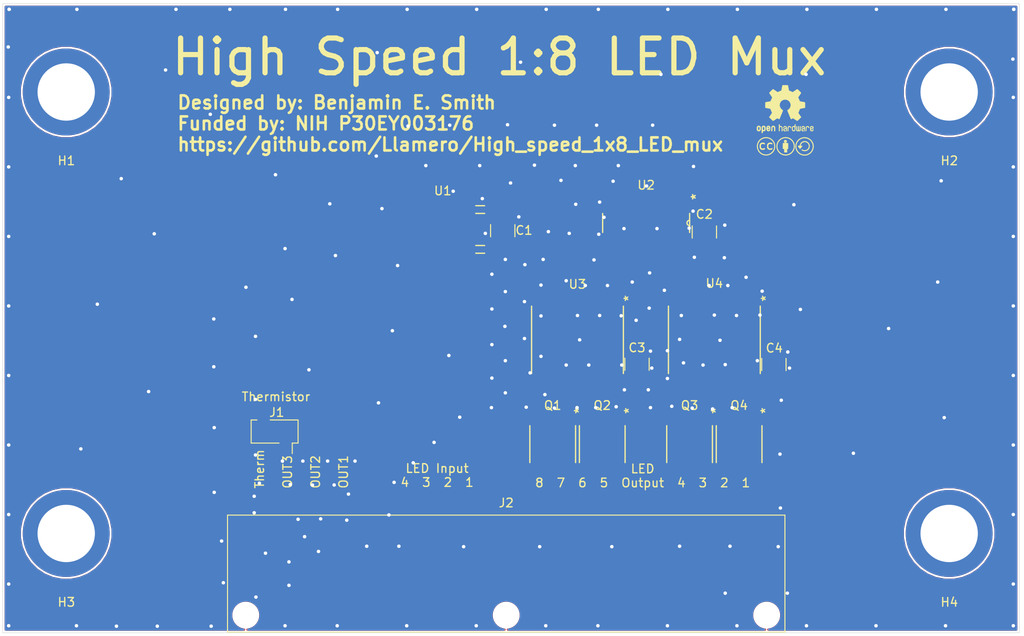
<source format=kicad_pcb>
(kicad_pcb (version 20171130) (host pcbnew "(5.1.6)-1")
  (layers (0 F.Cu mixed) (31 B.Cu mixed) (34 B.Paste user) (35 F.Paste user) (36 B.SilkS user) (37 F.SilkS user) (38 B.Mask user) (39 F.Mask user) (44 Edge.Cuts user))
  (net 0 "")
  (net 1 GND)
  (net 2 /LED-)
  (net 3 /LED+)
  (net 4 /Gate1)
  (net 5 /Gate2)
  (net 6 /Gate3)
  (net 7 /Gate4)
  (net 8 /OUT3)
  (net 9 /OUT2)
  (net 10 /Thermistor)
  (net 11 /+5V)
  (net 12 /LED4+)
  (net 13 /LED3+)
  (net 14 /LED2+)
  (net 15 /LED1+)
  (net 16 /OUT1)
  (net 17 /LED8+)
  (net 18 /LED7+)
  (net 19 /LED6+)
  (net 20 /LED5+)
  (net 21 /Gate5)
  (net 22 /Gate6)
  (net 23 /Gate7)
  (net 24 /Gate8)
  (net 25 /IN7)
  (net 26 /IN6)
  (net 27 /IN5)
  (net 28 /IN4)
  (net 29 /IN3)
  (net 30 /IN2)
  (net 31 /IN1)
  (net 32 /IN8)
  (module "Custom Footprints:TC4468EOE" (layer F.Cu) (at 145.65 125.9 270)
    (fp_text reference U3 (at -6.4 0 180) (layer F.SilkS))
    (fp_text value SOIC16-W_MC_MCH)
    (fp_text user * (at -4.7752 -5.9 90) (layer F.SilkS))
    (pad 1 smd rect (at -4.5212 -4.445 270) (size 1.9812 0.5588) (layers F.Cu F.Paste F.Mask) (net 27 /IN5))
    (pad 2 smd rect (at -4.5212 -3.175 270) (size 1.9812 0.5588) (layers F.Cu F.Paste F.Mask) (net 27 /IN5))
    (pad 3 smd rect (at -4.5212 -1.905 270) (size 1.9812 0.5588) (layers F.Cu F.Paste F.Mask) (net 26 /IN6))
    (pad 4 smd rect (at -4.5212 -0.635 270) (size 1.9812 0.5588) (layers F.Cu F.Paste F.Mask) (net 26 /IN6))
    (pad 5 smd rect (at -4.5212 0.635 270) (size 1.9812 0.5588) (layers F.Cu F.Paste F.Mask) (net 25 /IN7))
    (pad 6 smd rect (at -4.5212 1.905 270) (size 1.9812 0.5588) (layers F.Cu F.Paste F.Mask) (net 25 /IN7))
    (pad 7 smd rect (at -4.5212 3.175 270) (size 1.9812 0.5588) (layers F.Cu F.Paste F.Mask) (net 1 GND))
    (pad 8 smd rect (at -4.5212 4.445 270) (size 1.9812 0.5588) (layers F.Cu F.Paste F.Mask) (net 1 GND))
    (pad 9 smd rect (at 4.5212 4.445 270) (size 1.9812 0.5588) (layers F.Cu F.Paste F.Mask) (net 32 /IN8))
    (pad 10 smd rect (at 4.5212 3.175 270) (size 1.9812 0.5588) (layers F.Cu F.Paste F.Mask) (net 32 /IN8))
    (pad 11 smd rect (at 4.5212 1.905 270) (size 1.9812 0.5588) (layers F.Cu F.Paste F.Mask) (net 24 /Gate8))
    (pad 12 smd rect (at 4.5212 0.635 270) (size 1.9812 0.5588) (layers F.Cu F.Paste F.Mask) (net 23 /Gate7))
    (pad 13 smd rect (at 4.5212 -0.635 270) (size 1.9812 0.5588) (layers F.Cu F.Paste F.Mask) (net 22 /Gate6))
    (pad 14 smd rect (at 4.5212 -1.905 270) (size 1.9812 0.5588) (layers F.Cu F.Paste F.Mask) (net 21 /Gate5))
    (pad 15 smd rect (at 4.5212 -3.175 270) (size 1.9812 0.5588) (layers F.Cu F.Paste F.Mask) (net 3 /LED+))
    (pad 16 smd rect (at 4.5212 -4.445 270) (size 1.9812 0.5588) (layers F.Cu F.Paste F.Mask) (net 3 /LED+))
  )
  (module "Custom Footprints:TC4468EOE" (layer F.Cu) (at 161.4 125.9 270)
    (fp_text reference U4 (at -6.5 0 180) (layer F.SilkS))
    (fp_text value SOIC16-W_MC_MCH)
    (fp_text user * (at -4.7752 -5.95 90) (layer F.SilkS))
    (pad 1 smd rect (at -4.5212 -4.445 270) (size 1.9812 0.5588) (layers F.Cu F.Paste F.Mask) (net 31 /IN1))
    (pad 2 smd rect (at -4.5212 -3.175 270) (size 1.9812 0.5588) (layers F.Cu F.Paste F.Mask) (net 31 /IN1))
    (pad 3 smd rect (at -4.5212 -1.905 270) (size 1.9812 0.5588) (layers F.Cu F.Paste F.Mask) (net 30 /IN2))
    (pad 4 smd rect (at -4.5212 -0.635 270) (size 1.9812 0.5588) (layers F.Cu F.Paste F.Mask) (net 30 /IN2))
    (pad 5 smd rect (at -4.5212 0.635 270) (size 1.9812 0.5588) (layers F.Cu F.Paste F.Mask) (net 29 /IN3))
    (pad 6 smd rect (at -4.5212 1.905 270) (size 1.9812 0.5588) (layers F.Cu F.Paste F.Mask) (net 29 /IN3))
    (pad 7 smd rect (at -4.5212 3.175 270) (size 1.9812 0.5588) (layers F.Cu F.Paste F.Mask) (net 1 GND))
    (pad 8 smd rect (at -4.5212 4.445 270) (size 1.9812 0.5588) (layers F.Cu F.Paste F.Mask) (net 1 GND))
    (pad 9 smd rect (at 4.5212 4.445 270) (size 1.9812 0.5588) (layers F.Cu F.Paste F.Mask) (net 28 /IN4))
    (pad 10 smd rect (at 4.5212 3.175 270) (size 1.9812 0.5588) (layers F.Cu F.Paste F.Mask) (net 28 /IN4))
    (pad 11 smd rect (at 4.5212 1.905 270) (size 1.9812 0.5588) (layers F.Cu F.Paste F.Mask) (net 7 /Gate4))
    (pad 12 smd rect (at 4.5212 0.635 270) (size 1.9812 0.5588) (layers F.Cu F.Paste F.Mask) (net 6 /Gate3))
    (pad 13 smd rect (at 4.5212 -0.635 270) (size 1.9812 0.5588) (layers F.Cu F.Paste F.Mask) (net 5 /Gate2))
    (pad 14 smd rect (at 4.5212 -1.905 270) (size 1.9812 0.5588) (layers F.Cu F.Paste F.Mask) (net 4 /Gate1))
    (pad 15 smd rect (at 4.5212 -3.175 270) (size 1.9812 0.5588) (layers F.Cu F.Paste F.Mask) (net 3 /LED+))
    (pad 16 smd rect (at 4.5212 -4.445 270) (size 1.9812 0.5588) (layers F.Cu F.Paste F.Mask) (net 3 /LED+))
  )
  (module "Custom Footprints:12V-5V_lin_reg_NCV7805BDTRKG" (layer F.Cu) (at 130.15 113.2 90)
    (fp_text reference U1 (at 4.45 0 180) (layer F.SilkS))
    (fp_text value NCV7805BDTRKG hide)
    (pad 1 smd rect (at -2.290001 6.4135 90) (size 0.9398 2.4892) (layers F.Cu F.Paste F.Mask) (net 3 /LED+))
    (pad 2 smd rect (at 0 0 90) (size 6.7818 6.9342) (layers F.Cu F.Paste F.Mask) (net 1 GND))
    (pad 3 smd rect (at 2.290001 6.4135 90) (size 0.9398 2.4892) (layers F.Cu F.Paste F.Mask) (net 11 /+5V))
  )
  (module Symbol:OSHW-Logo2_7.3x6mm_SilkScreen (layer F.Cu) (at 169.55 99.35)
    (fp_text reference LOGO3 hide)
    (fp_text value "OSHW Logo" hide)
  )
  (module "Custom Footprints:Creative_commons_license" (layer F.Cu) (at 168.35 102.5)
    (fp_text reference LOGO1 hide)
    (fp_text value "CC license")
    (fp_text user cc (at -1 1) (layer F.SilkS))
  )
  (module "Custom Footprints:RJ45_x4-RJSSE-5380-04" (layer F.Cu) (at 137.45 143.27)
    (fp_text reference J2 (at 0 1.39) (layer F.SilkS))
    (fp_text value 8P8C_Shielded_x4)
    (pad "" np_thru_hole circle (at 29.97 14.31) (size 2.69 2.69) (drill 2.69) (layers *.Cu *.Mask))
    (pad "" np_thru_hole circle (at -29.97 14.31) (size 2.69 2.69) (drill 2.69) (layers *.Cu *.Mask))
    (pad "" np_thru_hole circle (at 0 14.31) (size 2.69 2.69) (drill 2.69) (layers *.Cu *.Mask))
    (pad SH smd rect (at -28.78 9.72) (size 6.22 3.18) (layers F.Cu F.Paste F.Mask) (net 1 GND))
    (pad SH smd rect (at 28.78 9.72) (size 6.22 3.18) (layers F.Cu F.Paste F.Mask) (net 1 GND))
    (pad 32 smd rect (at -28.0625 1.27) (size 0.56 2.54) (layers F.Cu F.Paste F.Mask) (net 1 GND))
    (pad 31 smd rect (at -26.7925 1.27) (size 0.56 2.54) (layers F.Cu F.Paste F.Mask) (net 10 /Thermistor))
    (pad 30 smd rect (at -25.5225 1.27) (size 0.56 2.54) (layers F.Cu F.Paste F.Mask) (net 1 GND))
    (pad 29 smd rect (at -24.2525 1.27) (size 0.56 2.54) (layers F.Cu F.Paste F.Mask) (net 8 /OUT3))
    (pad 28 smd rect (at -22.9825 1.27) (size 0.56 2.54) (layers F.Cu F.Paste F.Mask) (net 1 GND))
    (pad 27 smd rect (at -21.7125 1.27) (size 0.56 2.54) (layers F.Cu F.Paste F.Mask) (net 9 /OUT2))
    (pad 26 smd rect (at -20.4425 1.27) (size 0.56 2.54) (layers F.Cu F.Paste F.Mask) (net 1 GND))
    (pad 25 smd rect (at -19.1725 1.27) (size 0.56 2.54) (layers F.Cu F.Paste F.Mask) (net 16 /OUT1))
    (pad 24 smd rect (at -12.3175 1.27) (size 0.56 2.54) (layers F.Cu F.Paste F.Mask) (net 2 /LED-))
    (pad 23 smd rect (at -11.0475 1.27) (size 0.56 2.54) (layers F.Cu F.Paste F.Mask) (net 3 /LED+))
    (pad 22 smd rect (at -9.7775 1.27) (size 0.56 2.54) (layers F.Cu F.Paste F.Mask) (net 2 /LED-))
    (pad 21 smd rect (at -8.5075 1.27) (size 0.56 2.54) (layers F.Cu F.Paste F.Mask) (net 3 /LED+))
    (pad 20 smd rect (at -7.2375 1.27) (size 0.56 2.54) (layers F.Cu F.Paste F.Mask) (net 2 /LED-))
    (pad 19 smd rect (at -5.9675 1.27) (size 0.56 2.54) (layers F.Cu F.Paste F.Mask) (net 3 /LED+))
    (pad 18 smd rect (at -4.6975 1.27) (size 0.56 2.54) (layers F.Cu F.Paste F.Mask) (net 2 /LED-))
    (pad 17 smd rect (at -3.4275 1.27) (size 0.56 2.54) (layers F.Cu F.Paste F.Mask) (net 3 /LED+))
    (pad 16 smd rect (at 3.4275 1.27) (size 0.56 2.54) (layers F.Cu F.Paste F.Mask) (net 2 /LED-))
    (pad 15 smd rect (at 4.6975 1.27) (size 0.56 2.54) (layers F.Cu F.Paste F.Mask) (net 17 /LED8+))
    (pad 14 smd rect (at 5.9675 1.27) (size 0.56 2.54) (layers F.Cu F.Paste F.Mask) (net 2 /LED-))
    (pad 13 smd rect (at 7.2375 1.27) (size 0.56 2.54) (layers F.Cu F.Paste F.Mask) (net 18 /LED7+))
    (pad 12 smd rect (at 8.5075 1.27) (size 0.56 2.54) (layers F.Cu F.Paste F.Mask) (net 2 /LED-))
    (pad 11 smd rect (at 9.7775 1.27) (size 0.56 2.54) (layers F.Cu F.Paste F.Mask) (net 19 /LED6+))
    (pad 10 smd rect (at 11.0475 1.27) (size 0.56 2.54) (layers F.Cu F.Paste F.Mask) (net 2 /LED-))
    (pad 9 smd rect (at 12.3175 1.27) (size 0.56 2.54) (layers F.Cu F.Paste F.Mask) (net 20 /LED5+))
    (pad 8 smd rect (at 19.1725 1.27) (size 0.56 2.54) (layers F.Cu F.Paste F.Mask) (net 2 /LED-))
    (pad 7 smd rect (at 20.4425 1.27) (size 0.56 2.54) (layers F.Cu F.Paste F.Mask) (net 12 /LED4+))
    (pad 6 smd rect (at 21.7125 1.27) (size 0.56 2.54) (layers F.Cu F.Paste F.Mask) (net 2 /LED-))
    (pad 5 smd rect (at 22.9825 1.27) (size 0.56 2.54) (layers F.Cu F.Paste F.Mask) (net 13 /LED3+))
    (pad 4 smd rect (at 24.2525 1.27) (size 0.56 2.54) (layers F.Cu F.Paste F.Mask) (net 2 /LED-))
    (pad 3 smd rect (at 25.5225 1.27) (size 0.56 2.54) (layers F.Cu F.Paste F.Mask) (net 14 /LED2+))
    (pad 2 smd rect (at 26.7925 1.27) (size 0.56 2.54) (layers F.Cu F.Paste F.Mask) (net 2 /LED-))
    (pad 1 smd rect (at 28.0625 1.27) (size 0.56 2.54) (layers F.Cu F.Paste F.Mask) (net 15 /LED1+))
  )
  (module "Custom Footprints:IRF9358TRPBF-2x_p-channel" (layer F.Cu) (at 158.55 137.9 270)
    (fp_text reference Q3 (at -4.45 0 180) (layer F.SilkS))
    (fp_text value IRF9358TRPBF-2x_p-channel hide)
    (fp_text user * (at -3.85 -3.05 90) (layer F.SilkS))
    (pad 1 smd rect (at -2.4638 -1.905 270) (size 1.9812 0.5588) (layers F.Cu F.Paste F.Mask) (net 3 /LED+))
    (pad 2 smd rect (at -2.4638 -0.635 270) (size 1.9812 0.5588) (layers F.Cu F.Paste F.Mask) (net 6 /Gate3))
    (pad 3 smd rect (at -2.4638 0.635 270) (size 1.9812 0.5588) (layers F.Cu F.Paste F.Mask) (net 3 /LED+))
    (pad 4 smd rect (at -2.4638 1.905 270) (size 1.9812 0.5588) (layers F.Cu F.Paste F.Mask) (net 7 /Gate4))
    (pad 5 smd rect (at 2.4638 1.905 270) (size 1.9812 0.5588) (layers F.Cu F.Paste F.Mask) (net 12 /LED4+))
    (pad 6 smd rect (at 2.4638 0.635 270) (size 1.9812 0.5588) (layers F.Cu F.Paste F.Mask) (net 12 /LED4+))
    (pad 7 smd rect (at 2.4638 -0.635 270) (size 1.9812 0.5588) (layers F.Cu F.Paste F.Mask) (net 13 /LED3+))
    (pad 8 smd rect (at 2.4638 -1.905 270) (size 1.9812 0.5588) (layers F.Cu F.Paste F.Mask) (net 13 /LED3+))
  )
  (module "Custom Footprints:IRF9358TRPBF-2x_p-channel" (layer F.Cu) (at 148.5 137.9 270)
    (fp_text reference Q2 (at -4.45 0 180) (layer F.SilkS))
    (fp_text value IRF9358TRPBF-2x_p-channel hide)
    (fp_text user * (at -3.85 -3.1 90) (layer F.SilkS))
    (pad 1 smd rect (at -2.4638 -1.905 270) (size 1.9812 0.5588) (layers F.Cu F.Paste F.Mask) (net 3 /LED+))
    (pad 2 smd rect (at -2.4638 -0.635 270) (size 1.9812 0.5588) (layers F.Cu F.Paste F.Mask) (net 21 /Gate5))
    (pad 3 smd rect (at -2.4638 0.635 270) (size 1.9812 0.5588) (layers F.Cu F.Paste F.Mask) (net 3 /LED+))
    (pad 4 smd rect (at -2.4638 1.905 270) (size 1.9812 0.5588) (layers F.Cu F.Paste F.Mask) (net 22 /Gate6))
    (pad 5 smd rect (at 2.4638 1.905 270) (size 1.9812 0.5588) (layers F.Cu F.Paste F.Mask) (net 19 /LED6+))
    (pad 6 smd rect (at 2.4638 0.635 270) (size 1.9812 0.5588) (layers F.Cu F.Paste F.Mask) (net 19 /LED6+))
    (pad 7 smd rect (at 2.4638 -0.635 270) (size 1.9812 0.5588) (layers F.Cu F.Paste F.Mask) (net 20 /LED5+))
    (pad 8 smd rect (at 2.4638 -1.905 270) (size 1.9812 0.5588) (layers F.Cu F.Paste F.Mask) (net 20 /LED5+))
  )
  (module "Custom Footprints:IRF9358TRPBF-2x_p-channel" (layer F.Cu) (at 142.8 137.9 270)
    (fp_text reference Q1 (at -4.45 0 180) (layer F.SilkS))
    (fp_text value IRF9358TRPBF-2x_p-channel hide)
    (fp_text user * (at -3.85 -3.05 90) (layer F.SilkS))
    (pad 1 smd rect (at -2.4638 -1.905 270) (size 1.9812 0.5588) (layers F.Cu F.Paste F.Mask) (net 3 /LED+))
    (pad 2 smd rect (at -2.4638 -0.635 270) (size 1.9812 0.5588) (layers F.Cu F.Paste F.Mask) (net 23 /Gate7))
    (pad 3 smd rect (at -2.4638 0.635 270) (size 1.9812 0.5588) (layers F.Cu F.Paste F.Mask) (net 3 /LED+))
    (pad 4 smd rect (at -2.4638 1.905 270) (size 1.9812 0.5588) (layers F.Cu F.Paste F.Mask) (net 24 /Gate8))
    (pad 5 smd rect (at 2.4638 1.905 270) (size 1.9812 0.5588) (layers F.Cu F.Paste F.Mask) (net 17 /LED8+))
    (pad 6 smd rect (at 2.4638 0.635 270) (size 1.9812 0.5588) (layers F.Cu F.Paste F.Mask) (net 17 /LED8+))
    (pad 7 smd rect (at 2.4638 -0.635 270) (size 1.9812 0.5588) (layers F.Cu F.Paste F.Mask) (net 18 /LED7+))
    (pad 8 smd rect (at 2.4638 -1.905 270) (size 1.9812 0.5588) (layers F.Cu F.Paste F.Mask) (net 18 /LED7+))
  )
  (module "Custom Footprints:SN74LV138ATD" (layer F.Cu) (at 153.55 112.45 270)
    (fp_text reference U2 (at -4.35 0 180) (layer F.SilkS))
    (fp_text value SN74LV138AT_D_16 hide)
    (fp_text user * (at -3.0162 -5.7468 90) (layer F.SilkS))
    (fp_text user * (at -3.0162 -5.7468 90) (layer F.SilkS))
    (pad 1 smd rect (at -2.3622 -4.445 270) (size 2.1844 0.5588) (layers F.Cu F.Paste F.Mask) (net 16 /OUT1))
    (pad 2 smd rect (at -2.3622 -3.175 270) (size 2.1844 0.5588) (layers F.Cu F.Paste F.Mask) (net 9 /OUT2))
    (pad 3 smd rect (at -2.3622 -1.905 270) (size 2.1844 0.5588) (layers F.Cu F.Paste F.Mask) (net 8 /OUT3))
    (pad 4 smd rect (at -2.3622 -0.635 270) (size 2.1844 0.5588) (layers F.Cu F.Paste F.Mask) (net 1 GND))
    (pad 5 smd rect (at -2.3622 0.635 270) (size 2.1844 0.5588) (layers F.Cu F.Paste F.Mask) (net 1 GND))
    (pad 6 smd rect (at -2.3622 1.905 270) (size 2.1844 0.5588) (layers F.Cu F.Paste F.Mask) (net 11 /+5V))
    (pad 7 smd rect (at -2.3622 3.175 270) (size 2.1844 0.5588) (layers F.Cu F.Paste F.Mask) (net 32 /IN8))
    (pad 8 smd rect (at -2.3622 4.445 270) (size 2.1844 0.5588) (layers F.Cu F.Paste F.Mask) (net 1 GND))
    (pad 9 smd rect (at 2.3622 4.445 270) (size 2.1844 0.5588) (layers F.Cu F.Paste F.Mask) (net 25 /IN7))
    (pad 10 smd rect (at 2.3622 3.175 270) (size 2.1844 0.5588) (layers F.Cu F.Paste F.Mask) (net 26 /IN6))
    (pad 11 smd rect (at 2.3622 1.905 270) (size 2.1844 0.5588) (layers F.Cu F.Paste F.Mask) (net 27 /IN5))
    (pad 12 smd rect (at 2.3622 0.635 270) (size 2.1844 0.5588) (layers F.Cu F.Paste F.Mask) (net 28 /IN4))
    (pad 13 smd rect (at 2.3622 -0.635 270) (size 2.1844 0.5588) (layers F.Cu F.Paste F.Mask) (net 29 /IN3))
    (pad 14 smd rect (at 2.3622 -1.905 270) (size 2.1844 0.5588) (layers F.Cu F.Paste F.Mask) (net 30 /IN2))
    (pad 15 smd rect (at 2.3622 -3.175 270) (size 2.1844 0.5588) (layers F.Cu F.Paste F.Mask) (net 31 /IN1))
    (pad 16 smd rect (at 2.3622 -4.445 270) (size 2.1844 0.5588) (layers F.Cu F.Paste F.Mask) (net 11 /+5V))
  )
  (module "Custom Footprints:IRF9358TRPBF-2x_p-channel" (layer F.Cu) (at 164.25 137.9 270)
    (fp_text reference Q4 (at -4.45 0 180) (layer F.SilkS))
    (fp_text value IRF9358TRPBF-2x_p-channel hide)
    (fp_text user * (at -3.85 -3.05 90) (layer F.SilkS))
    (pad 1 smd rect (at -2.4638 -1.905 270) (size 1.9812 0.5588) (layers F.Cu F.Paste F.Mask) (net 3 /LED+))
    (pad 2 smd rect (at -2.4638 -0.635 270) (size 1.9812 0.5588) (layers F.Cu F.Paste F.Mask) (net 4 /Gate1))
    (pad 3 smd rect (at -2.4638 0.635 270) (size 1.9812 0.5588) (layers F.Cu F.Paste F.Mask) (net 3 /LED+))
    (pad 4 smd rect (at -2.4638 1.905 270) (size 1.9812 0.5588) (layers F.Cu F.Paste F.Mask) (net 5 /Gate2))
    (pad 5 smd rect (at 2.4638 1.905 270) (size 1.9812 0.5588) (layers F.Cu F.Paste F.Mask) (net 14 /LED2+))
    (pad 6 smd rect (at 2.4638 0.635 270) (size 1.9812 0.5588) (layers F.Cu F.Paste F.Mask) (net 14 /LED2+))
    (pad 7 smd rect (at 2.4638 -0.635 270) (size 1.9812 0.5588) (layers F.Cu F.Paste F.Mask) (net 15 /LED1+))
    (pad 8 smd rect (at 2.4638 -1.905 270) (size 1.9812 0.5588) (layers F.Cu F.Paste F.Mask) (net 15 /LED1+))
  )
  (module "Custom Footprints:0508_Capacitor" (layer F.Cu) (at 160.25 113.49 270)
    (fp_text reference C2 (at -2.04 0 180) (layer F.SilkS))
    (fp_text value 2.2uF)
    (pad 1 smd rect (at -0.61 0 270) (size 0.9 2.17) (layers F.Cu F.Paste F.Mask) (net 1 GND))
    (pad 2 smd rect (at 0.61 0 270) (size 0.9 2.17) (layers F.Cu F.Paste F.Mask) (net 11 /+5V))
  )
  (module "Custom Footprints:0508_Capacitor" (layer F.Cu) (at 152.5 128.71 270)
    (fp_text reference C3 (at -1.9 0 180) (layer F.SilkS))
    (fp_text value 2.2uF)
    (pad 1 smd rect (at -0.61 0 270) (size 0.9 2.17) (layers F.Cu F.Paste F.Mask) (net 1 GND))
    (pad 2 smd rect (at 0.61 0 270) (size 0.9 2.17) (layers F.Cu F.Paste F.Mask) (net 3 /LED+))
  )
  (module "Custom Footprints:0508_Capacitor" (layer F.Cu) (at 168.25 128.74 270)
    (fp_text reference C4 (at -1.89 -0.05 180) (layer F.SilkS))
    (fp_text value 2.2uF)
    (pad 1 smd rect (at -0.61 0 270) (size 0.9 2.17) (layers F.Cu F.Paste F.Mask) (net 1 GND))
    (pad 2 smd rect (at 0.61 0 270) (size 0.9 2.17) (layers F.Cu F.Paste F.Mask) (net 3 /LED+))
  )
  (module Connector_PinSocket_2.54mm:PinSocket_1x02_P2.54mm_Vertical_SMD_Pin1Right (layer F.Cu) (at 110.8 136.45 270)
    (fp_text reference J1 (at -2.2 -0.25 180) (layer F.SilkS))
    (fp_text value "2 pin header")
    (pad 1 smd rect (at 1.65 -1.27 270) (size 1.9 1) (layers F.Cu F.Paste F.Mask) (net 10 /Thermistor))
    (pad 2 smd rect (at -1.65 1.27 270) (size 1.9 1) (layers F.Cu F.Paste F.Mask) (net 1 GND))
  )
  (module "Custom Footprints:0508_Capacitor" (layer F.Cu) (at 137.05 113.34 270)
    (fp_text reference C1 (at -0.04 -2.45 180) (layer F.SilkS))
    (fp_text value 2.2uF)
    (pad 1 smd rect (at -0.61 0 270) (size 0.9 2.17) (layers F.Cu F.Paste F.Mask) (net 1 GND))
    (pad 2 smd rect (at 0.61 0 270) (size 0.9 2.17) (layers F.Cu F.Paste F.Mask) (net 3 /LED+))
  )
  (module "Custom Footprints:14-20_standoff" (layer F.Cu) (at 188.42 148.18 180)
    (fp_text reference H4 (at -0.02 -7.91) (layer F.SilkS))
    (fp_text value MountingHole hide)
    (pad 1 thru_hole circle (at 0 0 180) (size 10 10) (drill 6.6) (layers *.Cu *.Mask))
  )
  (module "Custom Footprints:14-20_standoff" (layer F.Cu) (at 86.82 148.18 180)
    (fp_text reference H3 (at -0.02 -7.91) (layer F.SilkS))
    (fp_text value MountingHole hide)
    (pad 1 thru_hole circle (at 0 0 180) (size 10 10) (drill 6.6) (layers *.Cu *.Mask))
  )
  (module "Custom Footprints:14-20_standoff" (layer F.Cu) (at 188.42 97.38 180)
    (fp_text reference H2 (at -0.02 -7.91) (layer F.SilkS))
    (fp_text value MountingHole hide)
    (pad 1 thru_hole circle (at 0 0 180) (size 10 10) (drill 6.6) (layers *.Cu *.Mask))
  )
  (module "Custom Footprints:14-20_standoff" (layer F.Cu) (at 86.82 97.38 180)
    (fp_text reference H1 (at -0.02 -7.91) (layer F.SilkS))
    (fp_text value MountingHole hide)
    (pad 1 thru_hole circle (at 0 0 180) (size 10 10) (drill 6.6) (layers *.Cu *.Mask))
  )
  (gr_text Thermistor (at 110.95 132.45) (layer F.SilkS) (effects (font (size 1 1))))
  (gr_text "LED\n8  7  6  5  Output  4  3  2  1" (at 153.15 141.55) (layer F.SilkS) (effects (font (size 1 1))))
  (gr_text "Therm\n\nOUT3\n\nOUT2\n\nOUT1" (at 113.9 143.1 90) (layer F.SilkS) (effects (font (size 1 1)) (justify left)))
  (gr_text "LED Input\n4  3  2  1" (at 129.5 141.5) (layer F.SilkS) (effects (font (size 1 1))))
  (gr_text "Designed by: Benjamin E. Smith\nFunded by: NIH P30EY003176\nhttps://github.com/Llamero/High_speed_1x8_LED_mux" (at 99.46 101.01) (layer F.SilkS) (effects (font (size 1.5 1.5) (thickness 0.3)) (justify left)))
  (gr_text "High Speed 1:8 LED Mux" (at 136.65 93.35) (layer F.SilkS) (effects (font (size 4 4) (thickness 0.6))))
  (gr_line (start 196.5 87.22) (end 79.5 87.22) (layer Edge.Cuts) (width 0.05))
  (gr_line (start 196.5 159.6) (end 196.5 87.22) (layer Edge.Cuts) (width 0.05))
  (gr_line (start 79.5 159.6) (end 196.5 159.6) (layer Edge.Cuts) (width 0.05))
  (gr_line (start 79.5 87.22) (end 79.5 159.6) (layer Edge.Cuts) (width 0.05))
  (via (at 168.75 149.7) (size 0.8) (drill 0.4) (layers F.Cu B.Cu) (net 1))
  (via (at 164.05 87.87) (size 0.8) (drill 0.4) (layers F.Cu B.Cu) (net 1))
  (via (at 156.05 87.87) (size 0.8) (drill 0.4) (layers F.Cu B.Cu) (net 1))
  (via (at 172.05 87.87) (size 0.8) (drill 0.4) (layers F.Cu B.Cu) (net 1))
  (via (at 80.25 87.87) (size 0.8) (drill 0.4) (layers F.Cu B.Cu) (net 1))
  (via (at 148.05 87.87) (size 0.8) (drill 0.4) (layers F.Cu B.Cu) (net 1))
  (via (at 188.05 87.87) (size 0.8) (drill 0.4) (layers F.Cu B.Cu) (net 1))
  (via (at 180.05 87.87) (size 0.8) (drill 0.4) (layers F.Cu B.Cu) (net 1))
  (via (at 142.05 87.87) (size 0.8) (drill 0.4) (layers F.Cu B.Cu) (net 1))
  (via (at 126.05 87.87) (size 0.8) (drill 0.4) (layers F.Cu B.Cu) (net 1))
  (via (at 134.05 87.87) (size 0.8) (drill 0.4) (layers F.Cu B.Cu) (net 1))
  (via (at 118.05 87.87) (size 0.8) (drill 0.4) (layers F.Cu B.Cu) (net 1))
  (via (at 195.85 87.87) (size 0.8) (drill 0.4) (layers F.Cu B.Cu) (net 1))
  (via (at 99.45 87.87) (size 0.8) (drill 0.4) (layers F.Cu B.Cu) (net 1))
  (via (at 105.65 87.87) (size 0.8) (drill 0.4) (layers F.Cu B.Cu) (net 1))
  (via (at 88.05 87.87) (size 0.8) (drill 0.4) (layers F.Cu B.Cu) (net 1))
  (via (at 112.05 87.87) (size 0.8) (drill 0.4) (layers F.Cu B.Cu) (net 1))
  (via (at 195.75 93.6) (size 0.8) (drill 0.4) (layers F.Cu B.Cu) (net 1))
  (via (at 195.85 87.87) (size 0.8) (drill 0.4) (layers F.Cu B.Cu) (net 1))
  (via (at 195.8 98) (size 0.8) (drill 0.4) (layers F.Cu B.Cu) (net 1))
  (via (at 195.8 106) (size 0.8) (drill 0.4) (layers F.Cu B.Cu) (net 1))
  (via (at 195.8 154) (size 0.8) (drill 0.4) (layers F.Cu B.Cu) (net 1))
  (via (at 195.8 146) (size 0.8) (drill 0.4) (layers F.Cu B.Cu) (net 1))
  (via (at 195.8 158.8) (size 0.8) (drill 0.4) (layers F.Cu B.Cu) (net 1))
  (via (at 195.8 122) (size 0.8) (drill 0.4) (layers F.Cu B.Cu) (net 1))
  (via (at 195.8 130) (size 0.8) (drill 0.4) (layers F.Cu B.Cu) (net 1))
  (via (at 195.8 114) (size 0.8) (drill 0.4) (layers F.Cu B.Cu) (net 1))
  (via (at 195.8 138) (size 0.8) (drill 0.4) (layers F.Cu B.Cu) (net 1))
  (via (at 80.25 87.87) (size 0.8) (drill 0.4) (layers F.Cu B.Cu) (net 1))
  (via (at 80.15 92.2) (size 0.8) (drill 0.4) (layers F.Cu B.Cu) (net 1))
  (via (at 80.2 98) (size 0.8) (drill 0.4) (layers F.Cu B.Cu) (net 1))
  (via (at 80.2 106) (size 0.8) (drill 0.4) (layers F.Cu B.Cu) (net 1))
  (via (at 80.2 114) (size 0.8) (drill 0.4) (layers F.Cu B.Cu) (net 1))
  (via (at 80.2 122) (size 0.8) (drill 0.4) (layers F.Cu B.Cu) (net 1))
  (via (at 80.2 130) (size 0.8) (drill 0.4) (layers F.Cu B.Cu) (net 1))
  (via (at 80.2 138) (size 0.8) (drill 0.4) (layers F.Cu B.Cu) (net 1))
  (via (at 80.2 146) (size 0.8) (drill 0.4) (layers F.Cu B.Cu) (net 1))
  (via (at 80.2 154) (size 0.8) (drill 0.4) (layers F.Cu B.Cu) (net 1))
  (via (at 80.2 158.8) (size 0.8) (drill 0.4) (layers F.Cu B.Cu) (net 1))
  (via (at 188 158.8) (size 0.8) (drill 0.4) (layers F.Cu B.Cu) (net 1))
  (via (at 180 158.8) (size 0.8) (drill 0.4) (layers F.Cu B.Cu) (net 1))
  (via (at 172 158.8) (size 0.8) (drill 0.4) (layers F.Cu B.Cu) (net 1))
  (via (at 164 158.8) (size 0.8) (drill 0.4) (layers F.Cu B.Cu) (net 1))
  (via (at 156 158.8) (size 0.8) (drill 0.4) (layers F.Cu B.Cu) (net 1))
  (via (at 148 158.8) (size 0.8) (drill 0.4) (layers F.Cu B.Cu) (net 1))
  (via (at 142 158.8) (size 0.8) (drill 0.4) (layers F.Cu B.Cu) (net 1))
  (via (at 134 158.8) (size 0.8) (drill 0.4) (layers F.Cu B.Cu) (net 1))
  (via (at 126 158.8) (size 0.8) (drill 0.4) (layers F.Cu B.Cu) (net 1))
  (via (at 118 158.8) (size 0.8) (drill 0.4) (layers F.Cu B.Cu) (net 1))
  (via (at 112 158.8) (size 0.8) (drill 0.4) (layers F.Cu B.Cu) (net 1))
  (via (at 88 158.8) (size 0.8) (drill 0.4) (layers F.Cu B.Cu) (net 1))
  (via (at 97.3 158.85) (size 0.8) (drill 0.4) (layers F.Cu B.Cu) (net 1))
  (via (at 103.5 158.85) (size 0.8) (drill 0.4) (layers F.Cu B.Cu) (net 1))
  (via (at 119.1 146.65) (size 0.8) (drill 0.4) (layers F.Cu B.Cu) (net 1))
  (via (at 112.6 142.55) (size 0.8) (drill 0.4) (layers F.Cu B.Cu) (net 1))
  (via (at 115.15 142.6) (size 0.8) (drill 0.4) (layers F.Cu B.Cu) (net 1))
  (via (at 117.65 142.6) (size 0.8) (drill 0.4) (layers F.Cu B.Cu) (net 1))
  (segment (start 117.0075 144.54) (end 117.0075 146.06) (width 0.25) (layer F.Cu) (net 1))
  (segment (start 111.9275 144.54) (end 111.9275 145.405002) (width 0.25) (layer F.Cu) (net 1))
  (segment (start 117.0075 144.54) (end 117.0075 143.674998) (width 0.25) (layer F.Cu) (net 1))
  (segment (start 118.817501 142.944999) (end 118.882501 143.009999) (width 0.25) (layer F.Cu) (net 1))
  (segment (start 117.737499 142.944999) (end 118.817501 142.944999) (width 0.25) (layer F.Cu) (net 1))
  (segment (start 118.882501 143.009999) (end 118.882501 146.070001) (width 0.25) (layer F.Cu) (net 1))
  (via (at 124.55 142.3) (size 0.8) (drill 0.4) (layers F.Cu B.Cu) (net 1))
  (via (at 125.1 149.65) (size 0.8) (drill 0.4) (layers F.Cu B.Cu) (net 1))
  (via (at 132.55 149.7) (size 0.8) (drill 0.4) (layers F.Cu B.Cu) (net 1))
  (via (at 141.3 149.7) (size 0.8) (drill 0.4) (layers F.Cu B.Cu) (net 1))
  (via (at 149.6 149.7) (size 0.8) (drill 0.4) (layers F.Cu B.Cu) (net 1))
  (via (at 157.4 149.65) (size 0.8) (drill 0.4) (layers F.Cu B.Cu) (net 1))
  (via (at 163.2 149.65) (size 0.8) (drill 0.4) (layers F.Cu B.Cu) (net 1))
  (via (at 98.25 94.85) (size 0.8) (drill 0.4) (layers F.Cu B.Cu) (net 1))
  (via (at 103.4 99.95) (size 0.8) (drill 0.4) (layers F.Cu B.Cu) (net 1))
  (via (at 122.6 92.85) (size 0.8) (drill 0.4) (layers F.Cu B.Cu) (net 1))
  (via (at 139.1 93.95) (size 0.8) (drill 0.4) (layers F.Cu B.Cu) (net 1))
  (via (at 155.25 95.35) (size 0.8) (drill 0.4) (layers F.Cu B.Cu) (net 1))
  (via (at 171.95 95.35) (size 0.8) (drill 0.4) (layers F.Cu B.Cu) (net 1))
  (via (at 170.55 110.35) (size 0.8) (drill 0.4) (layers F.Cu B.Cu) (net 1))
  (via (at 187.5 107.6) (size 0.8) (drill 0.4) (layers F.Cu B.Cu) (net 1))
  (via (at 171.3 122.4) (size 0.8) (drill 0.4) (layers F.Cu B.Cu) (net 1))
  (via (at 187.1 119.25) (size 0.8) (drill 0.4) (layers F.Cu B.Cu) (net 1))
  (via (at 187.85 134.85) (size 0.8) (drill 0.4) (layers F.Cu B.Cu) (net 1))
  (via (at 116.1 146.5) (size 0.8) (drill 0.4) (layers F.Cu B.Cu) (net 1))
  (via (at 113.5 146.55) (size 0.8) (drill 0.4) (layers F.Cu B.Cu) (net 1))
  (via (at 92.6 158.85) (size 0.8) (drill 0.4) (layers F.Cu B.Cu) (net 1))
  (segment (start 111.9275 144.54) (end 112.49 144.54) (width 0.2) (layer F.Cu) (net 1))
  (segment (start 111.9275 146.0725) (end 111.864999 146.135001) (width 0.25) (layer F.Cu) (net 1))
  (segment (start 111.9275 144.54) (end 111.9275 146.0725) (width 0.25) (layer F.Cu) (net 1))
  (segment (start 109.3875 146.032502) (end 109.285001 146.135001) (width 0.25) (layer F.Cu) (net 1))
  (segment (start 109.3875 144.54) (end 109.3875 146.032502) (width 0.25) (layer F.Cu) (net 1))
  (segment (start 111.864999 146.135001) (end 109.285001 146.135001) (width 0.25) (layer F.Cu) (net 1))
  (via (at 108.45 145.8) (size 0.8) (drill 0.4) (layers F.Cu B.Cu) (net 1))
  (segment (start 109.285001 146.135001) (end 108.7 146.135001) (width 0.25) (layer F.Cu) (net 1))
  (segment (start 108.7 146.05) (end 108.45 145.8) (width 0.25) (layer F.Cu) (net 1))
  (segment (start 108.7 146.135001) (end 108.7 146.05) (width 0.25) (layer F.Cu) (net 1))
  (via (at 158.85 133.75) (size 0.8) (drill 0.4) (layers F.Cu B.Cu) (net 1))
  (via (at 161.2 133.85) (size 0.8) (drill 0.4) (layers F.Cu B.Cu) (net 1))
  (via (at 163.45 133.7) (size 0.8) (drill 0.4) (layers F.Cu B.Cu) (net 1))
  (via (at 143 133.75) (size 0.8) (drill 0.4) (layers F.Cu B.Cu) (net 1))
  (via (at 145.6 133.7) (size 0.8) (drill 0.4) (layers F.Cu B.Cu) (net 1))
  (via (at 147.75 133.7) (size 0.8) (drill 0.4) (layers F.Cu B.Cu) (net 1))
  (segment (start 158.12499 116.77499) (end 159.1 116.4) (width 0.25) (layer F.Cu) (net 1))
  (segment (start 157.390599 116.040599) (end 158.12499 116.77499) (width 0.25) (layer F.Cu) (net 1))
  (segment (start 162.488176 116.77499) (end 165.05 118.7) (width 0.25) (layer F.Cu) (net 1))
  (segment (start 157.461824 117.92501) (end 162.011824 117.92501) (width 0.25) (layer F.Cu) (net 1))
  (segment (start 156.120599 116.583785) (end 157.461824 117.92501) (width 0.25) (layer F.Cu) (net 1))
  (segment (start 162.011824 117.92501) (end 163.468407 119.381593) (width 0.25) (layer F.Cu) (net 1))
  (segment (start 163.9 120.118798) (end 163.909401 120.128199) (width 0.25) (layer F.Cu) (net 1))
  (segment (start 163.468407 119.381593) (end 163.9 119.813186) (width 0.25) (layer F.Cu) (net 1))
  (segment (start 163.9 119.813186) (end 163.9 120.118798) (width 0.25) (layer F.Cu) (net 1))
  (segment (start 163.909401 120.128199) (end 163.95 123.1) (width 0.25) (layer F.Cu) (net 1))
  (segment (start 156.985472 119.07503) (end 161.161844 119.07503) (width 0.25) (layer F.Cu) (net 1))
  (segment (start 154.850599 116.940157) (end 156.985472 119.07503) (width 0.25) (layer F.Cu) (net 1))
  (segment (start 154.850599 113.521197) (end 154.850599 116.940157) (width 0.25) (layer F.Cu) (net 1))
  (segment (start 161.161844 119.07503) (end 161.4 119.313186) (width 0.25) (layer F.Cu) (net 1))
  (segment (start 161.4 119.313186) (end 161.4 123.05) (width 0.25) (layer F.Cu) (net 1))
  (via (at 162.65 128.75) (size 0.8) (drill 0.4) (layers F.Cu B.Cu) (net 1))
  (via (at 160.1 128.8) (size 0.8) (drill 0.4) (layers F.Cu B.Cu) (net 1))
  (via (at 146.95 128.8) (size 0.8) (drill 0.4) (layers F.Cu B.Cu) (net 1))
  (via (at 144.35 128.8) (size 0.8) (drill 0.4) (layers F.Cu B.Cu) (net 1))
  (segment (start 156.955 120.67093) (end 156.955 121.3788) (width 0.25) (layer F.Cu) (net 1))
  (segment (start 153.580599 117.296529) (end 153.95 118.2) (width 0.25) (layer F.Cu) (net 1))
  (segment (start 153.580599 113.521197) (end 153.580599 117.296529) (width 0.25) (layer F.Cu) (net 1))
  (segment (start 156.955 121.3788) (end 158.225 121.3788) (width 0.5) (layer F.Cu) (net 1))
  (segment (start 152.249401 118.413785) (end 151.95 119.25) (width 0.25) (layer F.Cu) (net 1))
  (segment (start 152.249401 113.459999) (end 152.249401 118.413785) (width 0.25) (layer F.Cu) (net 1))
  (segment (start 150.806593 119.856593) (end 150.699401 119.963785) (width 0.25) (layer F.Cu) (net 1))
  (segment (start 148.285599 120.063199) (end 148.2 120.148798) (width 0.25) (layer F.Cu) (net 1))
  (segment (start 148.2 120.148798) (end 148.2 123.1) (width 0.25) (layer F.Cu) (net 1))
  (segment (start 147.583635 118.913179) (end 146.950599 119.546215) (width 0.25) (layer F.Cu) (net 1))
  (segment (start 147.583635 118.913179) (end 147.586821 118.913179) (width 0.25) (layer F.Cu) (net 1))
  (segment (start 149.709401 116.803785) (end 149.709401 112.840599) (width 0.25) (layer F.Cu) (net 1))
  (segment (start 148.288176 118.22501) (end 149.709401 116.803785) (width 0.25) (layer F.Cu) (net 1))
  (segment (start 147.586821 118.913179) (end 147.55 118.55) (width 0.25) (layer F.Cu) (net 1))
  (segment (start 148.27499 118.22501) (end 148.288176 118.22501) (width 0.25) (layer F.Cu) (net 1))
  (segment (start 148.285599 120.063199) (end 148.286801 120.063199) (width 0.25) (layer F.Cu) (net 1))
  (segment (start 148.286801 120.063199) (end 149.1 119.65) (width 0.25) (layer F.Cu) (net 1))
  (segment (start 151.040599 117.309401) (end 151.040599 113.490599) (width 0.25) (layer F.Cu) (net 1))
  (segment (start 146.950599 119.546215) (end 146.950599 119.549401) (width 0.25) (layer F.Cu) (net 1))
  (segment (start 145.836801 120.063199) (end 145.65 120.25) (width 0.25) (layer F.Cu) (net 1))
  (segment (start 146.950599 119.549401) (end 146.55 119.65) (width 0.25) (layer F.Cu) (net 1))
  (segment (start 146.436801 120.063199) (end 145.836801 120.063199) (width 0.25) (layer F.Cu) (net 1))
  (segment (start 145.65 120.25) (end 145.65 123.1) (width 0.25) (layer F.Cu) (net 1))
  (segment (start 142.475 121.3788) (end 141.205 121.3788) (width 0.5) (layer F.Cu) (net 1))
  (via (at 162.95 119.65) (size 0.8) (drill 0.4) (layers F.Cu B.Cu) (net 1))
  (via (at 160.8 119.65) (size 0.8) (drill 0.4) (layers F.Cu B.Cu) (net 1))
  (via (at 155.65 120.2) (size 0.8) (drill 0.4) (layers F.Cu B.Cu) (net 1))
  (via (at 153.9 122.25) (size 0.8) (drill 0.4) (layers F.Cu B.Cu) (net 1))
  (via (at 157.4 125.85) (size 0.8) (drill 0.4) (layers F.Cu B.Cu) (net 1))
  (via (at 157.85 128.55) (size 0.8) (drill 0.4) (layers F.Cu B.Cu) (net 1))
  (via (at 156 130.35) (size 0.8) (drill 0.4) (layers F.Cu B.Cu) (net 1))
  (via (at 156 127.15) (size 0.8) (drill 0.4) (layers F.Cu B.Cu) (net 1))
  (via (at 152.4 123.65) (size 0.8) (drill 0.4) (layers F.Cu B.Cu) (net 1))
  (segment (start 151.95 119.25) (end 150.806593 119.856593) (width 0.25) (layer F.Cu) (net 1))
  (via (at 151.95 119.25) (size 0.8) (drill 0.4) (layers F.Cu B.Cu) (net 1))
  (segment (start 153.95 118.2) (end 156.955 120.67093) (width 0.25) (layer F.Cu) (net 1))
  (via (at 153.95 118.2) (size 0.8) (drill 0.4) (layers F.Cu B.Cu) (net 1))
  (segment (start 149.1 119.65) (end 150.65 117.95) (width 0.25) (layer F.Cu) (net 1))
  (via (at 149.1 119.65) (size 0.8) (drill 0.4) (layers F.Cu B.Cu) (net 1))
  (segment (start 150.65 117.95) (end 151.040599 117.309401) (width 0.25) (layer F.Cu) (net 1))
  (segment (start 146.55 119.65) (end 146.436801 120.063199) (width 0.25) (layer F.Cu) (net 1))
  (via (at 146.55 119.65) (size 0.8) (drill 0.4) (layers F.Cu B.Cu) (net 1))
  (segment (start 147.55 118.55) (end 148.27499 118.22501) (width 0.25) (layer F.Cu) (net 1))
  (segment (start 152.915 107.395) (end 152.67 107.15) (width 0.5) (layer F.Cu) (net 1))
  (segment (start 152.915 110.0878) (end 152.915 107.395) (width 0.5) (layer F.Cu) (net 1))
  (segment (start 152.915 110.0878) (end 154.185 110.0878) (width 0.5) (layer F.Cu) (net 1))
  (segment (start 152.915 110.999402) (end 152.915 110.0878) (width 0.5) (layer F.Cu) (net 1))
  (segment (start 149.105 110.0878) (end 149.105 110.999402) (width 0.5) (layer F.Cu) (net 1))
  (segment (start 152.260001 105.614999) (end 150.35 105.85) (width 0.5) (layer F.Cu) (net 1))
  (segment (start 152.67 107.15) (end 152.67 106.024998) (width 0.5) (layer F.Cu) (net 1))
  (segment (start 152.67 106.024998) (end 152.260001 105.614999) (width 0.5) (layer F.Cu) (net 1))
  (segment (start 132.9 106.15) (end 132.9 107.45) (width 0.5) (layer F.Cu) (net 1))
  (segment (start 133.435001 105.614999) (end 132.9 106.15) (width 0.5) (layer F.Cu) (net 1))
  (segment (start 140.7 105.8) (end 134.4 105.85) (width 0.5) (layer F.Cu) (net 1))
  (via (at 140.7 105.8) (size 0.8) (drill 0.4) (layers F.Cu B.Cu) (net 1))
  (segment (start 145.2 105.85) (end 140.7 105.8) (width 0.5) (layer F.Cu) (net 1))
  (via (at 145.4 105.85) (size 0.8) (drill 0.4) (layers F.Cu B.Cu) (net 1))
  (segment (start 150.35 105.85) (end 145.2 105.85) (width 0.5) (layer F.Cu) (net 1))
  (via (at 150.35 105.85) (size 0.8) (drill 0.4) (layers F.Cu B.Cu) (net 1))
  (segment (start 134.4 105.85) (end 133.435001 105.614999) (width 0.5) (layer F.Cu) (net 1))
  (via (at 134.4 105.85) (size 0.8) (drill 0.4) (layers F.Cu B.Cu) (net 1))
  (via (at 128.2 105.85) (size 0.8) (drill 0.4) (layers F.Cu B.Cu) (net 1))
  (via (at 123.15 110.8) (size 0.8) (drill 0.4) (layers F.Cu B.Cu) (net 1))
  (via (at 117.8 116.2) (size 0.8) (drill 0.4) (layers F.Cu B.Cu) (net 1))
  (via (at 112.8 121.25) (size 0.8) (drill 0.4) (layers F.Cu B.Cu) (net 1))
  (segment (start 117.0075 145.630002) (end 114.25 148.55) (width 0.5) (layer F.Cu) (net 1))
  (segment (start 117.0075 144.54) (end 117.0075 145.630002) (width 0.5) (layer F.Cu) (net 1))
  (segment (start 156.02499 107.346802) (end 156.120599 107.442411) (width 0.25) (layer F.Cu) (net 1))
  (segment (start 156.02499 107.170026) (end 156.02499 107.346802) (width 0.25) (layer F.Cu) (net 1))
  (segment (start 156.120599 113.520599) (end 156.120599 116.583785) (width 0.25) (layer F.Cu) (net 1))
  (segment (start 157.29499 106.64499) (end 157.390599 106.740599) (width 0.25) (layer F.Cu) (net 1))
  (segment (start 157.29499 106.4601) (end 157.29499 106.64499) (width 0.25) (layer F.Cu) (net 1))
  (segment (start 157.390599 113.521197) (end 157.390599 113.659401) (width 0.25) (layer F.Cu) (net 1))
  (segment (start 157.390599 113.659401) (end 157.390599 116.040599) (width 0.25) (layer F.Cu) (net 1))
  (via (at 115.85 150.25) (size 0.8) (drill 0.4) (layers F.Cu B.Cu) (net 1))
  (via (at 109.75 150.45) (size 0.8) (drill 0.4) (layers F.Cu B.Cu) (net 1))
  (via (at 104.7 149.05) (size 0.8) (drill 0.4) (layers F.Cu B.Cu) (net 1))
  (via (at 107.5 119.85) (size 0.8) (drill 0.4) (layers F.Cu B.Cu) (net 1))
  (via (at 112 115.4) (size 0.8) (drill 0.4) (layers F.Cu B.Cu) (net 1))
  (via (at 117.15 110.25) (size 0.8) (drill 0.4) (layers F.Cu B.Cu) (net 1))
  (via (at 122.5 104.75) (size 0.8) (drill 0.4) (layers F.Cu B.Cu) (net 1))
  (via (at 130.95 101.2) (size 0.8) (drill 0.4) (layers F.Cu B.Cu) (net 1))
  (via (at 137.6 101.15) (size 0.8) (drill 0.4) (layers F.Cu B.Cu) (net 1))
  (via (at 143 101.2) (size 0.8) (drill 0.4) (layers F.Cu B.Cu) (net 1))
  (via (at 147.85 101.2) (size 0.8) (drill 0.4) (layers F.Cu B.Cu) (net 1))
  (via (at 154.3 101.2) (size 0.8) (drill 0.4) (layers F.Cu B.Cu) (net 1))
  (via (at 159 105.95) (size 0.8) (drill 0.4) (layers F.Cu B.Cu) (net 1))
  (segment (start 149.105 110.0878) (end 149.105 111.895) (width 0.5) (layer F.Cu) (net 1))
  (segment (start 157.880037 112.88) (end 158.17 112.88) (width 0.5) (layer F.Cu) (net 1))
  (segment (start 157.490038 113.269999) (end 157.880037 112.88) (width 0.5) (layer F.Cu) (net 1))
  (segment (start 149.105 113.264999) (end 149.11 113.269999) (width 0.5) (layer F.Cu) (net 1))
  (segment (start 149.11 113.269999) (end 150.9 112.8) (width 0.5) (layer F.Cu) (net 1))
  (segment (start 148.2 128.8) (end 148.2 129.15) (width 0.25) (layer F.Cu) (net 1))
  (segment (start 148.2 131.651202) (end 150.098798 133.55) (width 0.25) (layer F.Cu) (net 1))
  (segment (start 148.2 129.15) (end 148.2 131.651202) (width 0.25) (layer F.Cu) (net 1))
  (segment (start 150.098798 133.55) (end 150.1 133.6) (width 0.25) (layer F.Cu) (net 1))
  (via (at 153.8 131.65) (size 0.8) (drill 0.4) (layers F.Cu B.Cu) (net 1))
  (segment (start 150.1 133.6) (end 153 133.65) (width 0.25) (layer F.Cu) (net 1))
  (via (at 150.1 133.6) (size 0.8) (drill 0.4) (layers F.Cu B.Cu) (net 1))
  (via (at 151.05 131.65) (size 0.8) (drill 0.4) (layers F.Cu B.Cu) (net 1))
  (via (at 154.05 133.7) (size 0.8) (drill 0.4) (layers F.Cu B.Cu) (net 1))
  (via (at 169 145.25) (size 0.8) (drill 0.4) (layers F.Cu B.Cu) (net 1))
  (via (at 168.95 139.05) (size 0.8) (drill 0.4) (layers F.Cu B.Cu) (net 1))
  (via (at 169.1 132.85) (size 0.8) (drill 0.4) (layers F.Cu B.Cu) (net 1))
  (via (at 181.45 124.6) (size 0.8) (drill 0.4) (layers F.Cu B.Cu) (net 1))
  (via (at 162.05 125.95) (size 0.8) (drill 0.4) (layers F.Cu B.Cu) (net 1))
  (via (at 141.45 127.8) (size 0.8) (drill 0.4) (layers F.Cu B.Cu) (net 1))
  (via (at 141.45 123.15) (size 0.8) (drill 0.4) (layers F.Cu B.Cu) (net 1))
  (via (at 141.45 119.6) (size 0.8) (drill 0.4) (layers F.Cu B.Cu) (net 1))
  (via (at 141.7 116.65) (size 0.8) (drill 0.4) (layers F.Cu B.Cu) (net 1))
  (via (at 144.7 113.65) (size 0.8) (drill 0.4) (layers F.Cu B.Cu) (net 1))
  (via (at 148.2 110.05) (size 0.8) (drill 0.4) (layers F.Cu B.Cu) (net 1))
  (segment (start 158.17 112.88) (end 160.25 112.88) (width 0.5) (layer F.Cu) (net 1))
  (via (at 158.5 113.05) (size 0.8) (drill 0.4) (layers F.Cu B.Cu) (net 1))
  (segment (start 154.7 112.85) (end 157.490038 113.269999) (width 0.5) (layer F.Cu) (net 1))
  (via (at 154.8 113.1) (size 0.8) (drill 0.4) (layers F.Cu B.Cu) (net 1))
  (segment (start 150.9 112.8) (end 154.7 112.85) (width 0.5) (layer F.Cu) (net 1))
  (via (at 151 113.1) (size 0.8) (drill 0.4) (layers F.Cu B.Cu) (net 1))
  (via (at 148.1 113.75) (size 0.8) (drill 0.4) (layers F.Cu B.Cu) (net 1))
  (via (at 147.55 116.7) (size 0.8) (drill 0.4) (layers F.Cu B.Cu) (net 1))
  (via (at 144.35 119.1) (size 0.8) (drill 0.4) (layers F.Cu B.Cu) (net 1))
  (segment (start 156.059401 111.409401) (end 156.059401 107.204437) (width 0.25) (layer F.Cu) (net 1))
  (segment (start 156.155001 111.505001) (end 156.059401 111.409401) (width 0.25) (layer F.Cu) (net 1))
  (segment (start 157.264401 111.505001) (end 156.155001 111.505001) (width 0.25) (layer F.Cu) (net 1))
  (segment (start 157.269402 111.5) (end 157.264401 111.505001) (width 0.25) (layer F.Cu) (net 1))
  (segment (start 156.059401 107.204437) (end 156.02499 107.170026) (width 0.25) (layer F.Cu) (net 1))
  (segment (start 158.95 111.089402) (end 158.95 111.089402) (width 0.25) (layer F.Cu) (net 1))
  (segment (start 157.450598 111.5) (end 157.269402 111.5) (width 0.25) (layer F.Cu) (net 1))
  (segment (start 158.95 107.4) (end 158.95 111.089402) (width 0.25) (layer F.Cu) (net 1))
  (segment (start 157.455599 111.505001) (end 157.450598 111.5) (width 0.25) (layer F.Cu) (net 1))
  (segment (start 157.390599 111.440001) (end 157.455599 111.505001) (width 0.25) (layer F.Cu) (net 1))
  (segment (start 158.534401 111.505001) (end 157.655001 111.505001) (width 0.25) (layer F.Cu) (net 1))
  (segment (start 157.390599 106.740599) (end 157.390599 111.440001) (width 0.25) (layer F.Cu) (net 1))
  (segment (start 157.655001 111.505001) (end 157.455599 111.505001) (width 0.25) (layer F.Cu) (net 1))
  (segment (start 152.265008 107.765008) (end 152.265008 111.215008) (width 0.25) (layer F.Cu) (net 1))
  (segment (start 150.35 105.85) (end 152.265008 107.765008) (width 0.25) (layer F.Cu) (net 1))
  (segment (start 152.555001 111.505001) (end 156.155001 111.505001) (width 0.25) (layer F.Cu) (net 1))
  (segment (start 152.265008 111.215008) (end 152.555001 111.505001) (width 0.25) (layer F.Cu) (net 1))
  (via (at 153.6 108.2) (size 0.8) (drill 0.4) (layers F.Cu B.Cu) (net 1))
  (segment (start 158.95 111.089402) (end 158.534401 111.505001) (width 0.25) (layer F.Cu) (net 1))
  (via (at 158.95 111.089402) (size 0.8) (drill 0.4) (layers F.Cu B.Cu) (net 1))
  (segment (start 149.105 111.895) (end 149.105 113.264999) (width 0.5) (layer F.Cu) (net 1))
  (via (at 148.7 111.8) (size 0.8) (drill 0.4) (layers F.Cu B.Cu) (net 1))
  (via (at 121.4 149.65) (size 0.8) (drill 0.4) (layers F.Cu B.Cu) (net 1))
  (via (at 126.75 140.05) (size 0.8) (drill 0.4) (layers F.Cu B.Cu) (net 1))
  (via (at 135.8 130.3) (size 0.8) (drill 0.4) (layers F.Cu B.Cu) (net 1))
  (via (at 135.8 126.45) (size 0.8) (drill 0.4) (layers F.Cu B.Cu) (net 1))
  (via (at 135.8 122.35) (size 0.8) (drill 0.4) (layers F.Cu B.Cu) (net 1))
  (via (at 129.15 137.7) (size 0.8) (drill 0.4) (layers F.Cu B.Cu) (net 1))
  (via (at 132.1 134.8) (size 0.8) (drill 0.4) (layers F.Cu B.Cu) (net 1))
  (via (at 135.75 133.7) (size 0.8) (drill 0.4) (layers F.Cu B.Cu) (net 1))
  (via (at 139.75 133.65) (size 0.8) (drill 0.4) (layers F.Cu B.Cu) (net 1))
  (via (at 141.9 132.2) (size 0.8) (drill 0.4) (layers F.Cu B.Cu) (net 1))
  (via (at 104.9 153.85) (size 0.8) (drill 0.4) (layers F.Cu B.Cu) (net 1))
  (via (at 112.45 154.15) (size 0.8) (drill 0.4) (layers F.Cu B.Cu) (net 1))
  (via (at 108.65 155.5) (size 0.8) (drill 0.4) (layers F.Cu B.Cu) (net 1))
  (via (at 169.85 127.3) (size 0.8) (drill 0.4) (layers F.Cu B.Cu) (net 1))
  (via (at 170.05 129.15) (size 0.8) (drill 0.4) (layers F.Cu B.Cu) (net 1))
  (via (at 166.35 128.3) (size 0.8) (drill 0.4) (layers F.Cu B.Cu) (net 1))
  (via (at 154.05 127.2) (size 0.8) (drill 0.4) (layers F.Cu B.Cu) (net 1))
  (segment (start 150.65 128.05) (end 150.699401 127.800599) (width 0.25) (layer F.Cu) (net 1))
  (via (at 154.2 129.15) (size 0.8) (drill 0.4) (layers F.Cu B.Cu) (net 1))
  (via (at 150.75 128.8) (size 0.8) (drill 0.4) (layers F.Cu B.Cu) (net 1))
  (segment (start 145.65 123.1) (end 145.65 123.1) (width 0.25) (layer F.Cu) (net 1))
  (via (at 145.65 123.1) (size 0.8) (drill 0.4) (layers F.Cu B.Cu) (net 1))
  (segment (start 148.2 123.1) (end 148.2 125.25) (width 0.25) (layer F.Cu) (net 1))
  (via (at 148.2 123.1) (size 0.8) (drill 0.4) (layers F.Cu B.Cu) (net 1))
  (segment (start 150.680058 123.130058) (end 150.65 128.05) (width 0.25) (layer F.Cu) (net 1))
  (via (at 150.680058 123.130058) (size 0.8) (drill 0.4) (layers F.Cu B.Cu) (net 1))
  (via (at 157.6 123.1) (size 0.8) (drill 0.4) (layers F.Cu B.Cu) (net 1))
  (segment (start 161.4 123.05) (end 161.4 122.598802) (width 0.25) (layer F.Cu) (net 1))
  (via (at 161.4 123.05) (size 0.8) (drill 0.4) (layers F.Cu B.Cu) (net 1))
  (segment (start 163.95 123.1) (end 163.909401 122.809401) (width 0.25) (layer F.Cu) (net 1))
  (via (at 163.95 123.1) (size 0.8) (drill 0.4) (layers F.Cu B.Cu) (net 1))
  (via (at 166.65 123.05) (size 0.8) (drill 0.4) (layers F.Cu B.Cu) (net 1))
  (segment (start 159.1 116.4) (end 162.55 116.45) (width 0.25) (layer F.Cu) (net 1))
  (via (at 159.1 116.4) (size 0.8) (drill 0.4) (layers F.Cu B.Cu) (net 1))
  (segment (start 162.55 116.45) (end 162.488176 116.77499) (width 0.25) (layer F.Cu) (net 1))
  (via (at 162.55 116.45) (size 0.8) (drill 0.4) (layers F.Cu B.Cu) (net 1))
  (segment (start 165.05 118.7) (end 165.240599 119.527413) (width 0.25) (layer F.Cu) (net 1))
  (via (at 165.05 118.7) (size 0.8) (drill 0.4) (layers F.Cu B.Cu) (net 1))
  (via (at 166.9 120.3) (size 0.8) (drill 0.4) (layers F.Cu B.Cu) (net 1))
  (via (at 149.75 107.65) (size 0.8) (drill 0.4) (layers F.Cu B.Cu) (net 1))
  (via (at 145.45 110.3) (size 0.8) (drill 0.4) (layers F.Cu B.Cu) (net 1))
  (via (at 142.3 113.45) (size 0.8) (drill 0.4) (layers F.Cu B.Cu) (net 1))
  (via (at 139.6 117.25) (size 0.8) (drill 0.4) (layers F.Cu B.Cu) (net 1))
  (via (at 139.55 121.5) (size 0.8) (drill 0.4) (layers F.Cu B.Cu) (net 1))
  (via (at 139.55 125.75) (size 0.8) (drill 0.4) (layers F.Cu B.Cu) (net 1))
  (via (at 140.2 129.7) (size 0.8) (drill 0.4) (layers F.Cu B.Cu) (net 1))
  (via (at 143.75 107.55) (size 0.8) (drill 0.4) (layers F.Cu B.Cu) (net 1))
  (via (at 134.7 109.65) (size 0.8) (drill 0.4) (layers F.Cu B.Cu) (net 1))
  (via (at 138.9 111.75) (size 0.8) (drill 0.4) (layers F.Cu B.Cu) (net 1))
  (via (at 130.85 127.7) (size 0.8) (drill 0.4) (layers F.Cu B.Cu) (net 1))
  (via (at 114.75 129.35) (size 0.8) (drill 0.4) (layers F.Cu B.Cu) (net 1))
  (via (at 93.15 107.35) (size 0.8) (drill 0.4) (layers F.Cu B.Cu) (net 1))
  (via (at 96.95 113.7) (size 0.8) (drill 0.4) (layers F.Cu B.Cu) (net 1))
  (via (at 90.4 121.8) (size 0.8) (drill 0.4) (layers F.Cu B.Cu) (net 1))
  (via (at 96.3 131.85) (size 0.8) (drill 0.4) (layers F.Cu B.Cu) (net 1))
  (via (at 88.5 138.45) (size 0.8) (drill 0.4) (layers F.Cu B.Cu) (net 1))
  (via (at 110.9 106.9) (size 0.8) (drill 0.4) (layers F.Cu B.Cu) (net 1))
  (via (at 124.35 124.85) (size 0.8) (drill 0.4) (layers F.Cu B.Cu) (net 1))
  (via (at 135.05 113.65) (size 0.8) (drill 0.4) (layers F.Cu B.Cu) (net 1))
  (via (at 124.95 117.35) (size 0.8) (drill 0.4) (layers F.Cu B.Cu) (net 1))
  (via (at 109.05 142.4) (size 0.8) (drill 0.4) (layers F.Cu B.Cu) (net 1))
  (via (at 119.3 143.65) (size 0.8) (drill 0.4) (layers F.Cu B.Cu) (net 1))
  (via (at 114.25 148.55) (size 0.8) (drill 0.4) (layers F.Cu B.Cu) (net 1))
  (via (at 108.45 143.9) (size 0.8) (drill 0.4) (layers F.Cu B.Cu) (net 1))
  (via (at 162.65 155.05) (size 0.8) (drill 0.4) (layers F.Cu B.Cu) (net 1))
  (via (at 169.8 155.05) (size 0.8) (drill 0.4) (layers F.Cu B.Cu) (net 1))
  (via (at 112.45 151.45) (size 0.8) (drill 0.4) (layers F.Cu B.Cu) (net 1))
  (via (at 131.35 108.8) (size 0.8) (drill 0.4) (layers F.Cu B.Cu) (net 1))
  (via (at 137.95 107.85) (size 0.8) (drill 0.4) (layers F.Cu B.Cu) (net 1))
  (segment (start 153.069944 104.214979) (end 154.752482 105.897518) (width 0.5) (layer F.Cu) (net 1))
  (segment (start 154.752482 105.897518) (end 156.02499 107.170026) (width 0.5) (layer F.Cu) (net 1))
  (segment (start 127.465056 104.214979) (end 153.069944 104.214979) (width 0.5) (layer F.Cu) (net 1))
  (segment (start 114.4675 144.54) (end 114.4675 145.630002) (width 0.5) (layer F.Cu) (net 1))
  (segment (start 106.89999 124.780045) (end 127.465056 104.214979) (width 0.5) (layer F.Cu) (net 1))
  (segment (start 112.687481 147.410021) (end 107.470058 147.410021) (width 0.5) (layer F.Cu) (net 1))
  (segment (start 107.470058 147.410021) (end 106.89999 146.839953) (width 0.5) (layer F.Cu) (net 1))
  (segment (start 114.4675 145.630002) (end 112.687481 147.410021) (width 0.5) (layer F.Cu) (net 1))
  (segment (start 106.89999 146.839953) (end 106.89999 124.780045) (width 0.5) (layer F.Cu) (net 1))
  (segment (start 156.467445 105.632555) (end 157.29499 106.4601) (width 0.5) (layer F.Cu) (net 1))
  (segment (start 106.890152 148.810041) (end 105.49997 147.419859) (width 0.5) (layer F.Cu) (net 1))
  (segment (start 113.277418 148.80001) (end 113.267387 148.810041) (width 0.5) (layer F.Cu) (net 1))
  (segment (start 113.267387 148.810041) (end 106.890152 148.810041) (width 0.5) (layer F.Cu) (net 1))
  (segment (start 126.88515 102.814959) (end 153.649849 102.814959) (width 0.5) (layer F.Cu) (net 1))
  (segment (start 105.49997 147.419859) (end 105.49997 124.200139) (width 0.5) (layer F.Cu) (net 1))
  (segment (start 105.49997 124.200139) (end 126.88515 102.814959) (width 0.5) (layer F.Cu) (net 1))
  (segment (start 153.649849 102.814959) (end 156.467445 105.632555) (width 0.5) (layer F.Cu) (net 1))
  (segment (start 113.989959 148.810041) (end 114.25 148.55) (width 0.5) (layer F.Cu) (net 1))
  (segment (start 113.267387 148.810041) (end 113.989959 148.810041) (width 0.5) (layer F.Cu) (net 1))
  (segment (start 109.3875 134.7925) (end 109.68 134.5) (width 0.5) (layer F.Cu) (net 1))
  (segment (start 109.3875 144.54) (end 109.3875 134.7925) (width 0.5) (layer F.Cu) (net 1))
  (via (at 108.6 125.5) (size 0.8) (drill 0.4) (layers F.Cu B.Cu) (net 1))
  (via (at 108.6 132.75) (size 0.8) (drill 0.4) (layers F.Cu B.Cu) (net 1))
  (via (at 108.6 139.15) (size 0.8) (drill 0.4) (layers F.Cu B.Cu) (net 1))
  (via (at 103.8 129) (size 0.8) (drill 0.4) (layers F.Cu B.Cu) (net 1))
  (via (at 103.85 136) (size 0.8) (drill 0.4) (layers F.Cu B.Cu) (net 1))
  (via (at 103.85 143.45) (size 0.8) (drill 0.4) (layers F.Cu B.Cu) (net 1))
  (via (at 103.8 123.5) (size 0.8) (drill 0.4) (layers F.Cu B.Cu) (net 1))
  (via (at 126.15 101.3) (size 0.8) (drill 0.4) (layers F.Cu B.Cu) (net 1))
  (via (at 156.5 133.55) (size 0.8) (drill 0.4) (layers F.Cu B.Cu) (net 1))
  (via (at 122.75 133.15) (size 0.8) (drill 0.4) (layers F.Cu B.Cu) (net 1))
  (via (at 135.8 118.35) (size 0.8) (drill 0.4) (layers F.Cu B.Cu) (net 1))
  (via (at 123.95 146.05) (size 0.8) (drill 0.4) (layers F.Cu B.Cu) (net 1))
  (via (at 177.4 138.95) (size 0.8) (drill 0.4) (layers F.Cu B.Cu) (net 1))
  (via (at 111.7 139.85) (size 0.8) (drill 0.4) (layers F.Cu B.Cu) (net 1))
  (via (at 114.05 139.85) (size 0.8) (drill 0.4) (layers F.Cu B.Cu) (net 1))
  (via (at 116.9 139.85) (size 0.8) (drill 0.4) (layers F.Cu B.Cu) (net 1))
  (via (at 120.05 139.85) (size 0.8) (drill 0.4) (layers F.Cu B.Cu) (net 1))
  (via (at 162.6 112.7) (size 0.8) (drill 0.4) (layers F.Cu B.Cu) (net 1))
  (via (at 145.9 125.9) (size 0.8) (drill 0.4) (layers F.Cu B.Cu) (net 1))
  (via (at 137.35 132) (size 0.8) (drill 0.4) (layers F.Cu B.Cu) (net 1))
  (via (at 137.35 128.3) (size 0.8) (drill 0.4) (layers F.Cu B.Cu) (net 1))
  (via (at 137.3 124.35) (size 0.8) (drill 0.4) (layers F.Cu B.Cu) (net 1))
  (via (at 137.35 120.35) (size 0.8) (drill 0.4) (layers F.Cu B.Cu) (net 1))
  (via (at 137.35 116.65) (size 0.8) (drill 0.4) (layers F.Cu B.Cu) (net 1))
  (segment (start 127.6725 145.900002) (end 127.6725 144.54) (width 0.8) (layer F.Cu) (net 2))
  (segment (start 127.162501 146.410001) (end 127.6725 145.900002) (width 0.8) (layer F.Cu) (net 2))
  (segment (start 125.642499 146.410001) (end 127.162501 146.410001) (width 0.8) (layer F.Cu) (net 2))
  (segment (start 125.1325 144.54) (end 125.1325 145.900002) (width 0.8) (layer F.Cu) (net 2))
  (segment (start 125.1325 145.900002) (end 125.642499 146.410001) (width 0.8) (layer F.Cu) (net 2))
  (segment (start 130.2125 145.900002) (end 130.2125 144.54) (width 0.8) (layer F.Cu) (net 2))
  (segment (start 129.702501 146.410001) (end 130.2125 145.900002) (width 0.8) (layer F.Cu) (net 2))
  (segment (start 127.6725 145.900002) (end 128.182499 146.410001) (width 0.8) (layer F.Cu) (net 2))
  (segment (start 128.182499 146.410001) (end 129.702501 146.410001) (width 0.8) (layer F.Cu) (net 2))
  (segment (start 132.7525 145.900002) (end 132.7525 144.54) (width 0.8) (layer F.Cu) (net 2))
  (segment (start 132.242501 146.410001) (end 132.7525 145.900002) (width 0.8) (layer F.Cu) (net 2))
  (segment (start 130.2125 145.900002) (end 130.722499 146.410001) (width 0.8) (layer F.Cu) (net 2))
  (segment (start 130.722499 146.410001) (end 132.242501 146.410001) (width 0.8) (layer F.Cu) (net 2))
  (segment (start 127.282501 146.560001) (end 126.389999 146.560001) (width 1.1) (layer F.Cu) (net 2))
  (segment (start 127.432501 146.410001) (end 127.282501 146.560001) (width 1.1) (layer F.Cu) (net 2))
  (segment (start 128.062499 146.560001) (end 127.912499 146.410001) (width 1.1) (layer F.Cu) (net 2))
  (segment (start 129.822501 146.560001) (end 128.062499 146.560001) (width 1.1) (layer F.Cu) (net 2))
  (segment (start 129.972501 146.410001) (end 129.822501 146.560001) (width 1.1) (layer F.Cu) (net 2))
  (segment (start 127.912499 146.410001) (end 127.432501 146.410001) (width 1.1) (layer F.Cu) (net 2))
  (segment (start 130.602499 146.560001) (end 130.452499 146.410001) (width 1.1) (layer F.Cu) (net 2))
  (segment (start 132.362501 146.560001) (end 130.602499 146.560001) (width 1.1) (layer F.Cu) (net 2))
  (segment (start 133.142499 146.560001) (end 132.992499 146.410001) (width 1.1) (layer F.Cu) (net 2))
  (segment (start 135.17251 146.289992) (end 134.902501 146.560001) (width 1.1) (layer F.Cu) (net 2))
  (segment (start 132.512501 146.410001) (end 132.362501 146.560001) (width 1.1) (layer F.Cu) (net 2))
  (segment (start 134.902501 146.560001) (end 133.142499 146.560001) (width 1.1) (layer F.Cu) (net 2))
  (segment (start 130.452499 146.410001) (end 129.972501 146.410001) (width 1.1) (layer F.Cu) (net 2))
  (segment (start 132.992499 146.410001) (end 132.512501 146.410001) (width 1.1) (layer F.Cu) (net 2))
  (segment (start 166.95 138.6) (end 167 138.65) (width 1.1) (layer F.Cu) (net 2))
  (segment (start 134.902501 146.560001) (end 139.865599 141.596903) (width 1.1) (layer F.Cu) (net 2))
  (segment (start 145.85 138.65) (end 145.85 138.6) (width 0.8) (layer F.Cu) (net 2))
  (segment (start 145.4 138.6) (end 145.85 138.6) (width 1.1) (layer F.Cu) (net 2))
  (segment (start 145.7 138.8) (end 145.85 138.65) (width 0.8) (layer F.Cu) (net 2))
  (segment (start 139.865599 138.773199) (end 140.038798 138.6) (width 1.1) (layer F.Cu) (net 2))
  (segment (start 139.865599 141.596903) (end 139.865599 138.773199) (width 1.1) (layer F.Cu) (net 2))
  (segment (start 145.9575 141.8575) (end 145.8575 141.8575) (width 0.8) (layer F.Cu) (net 2))
  (segment (start 145.7 141.8) (end 145.7 138.8) (width 0.8) (layer F.Cu) (net 2))
  (segment (start 145.7575 141.8575) (end 145.7 141.8) (width 0.8) (layer F.Cu) (net 2))
  (segment (start 145.9575 141.8575) (end 145.7575 141.8575) (width 0.8) (layer F.Cu) (net 2))
  (segment (start 145.9575 144.54) (end 145.9575 141.8575) (width 0.8) (layer F.Cu) (net 2))
  (segment (start 148.4975 144.54) (end 148.4975 141.954401) (width 0.8) (layer F.Cu) (net 2))
  (segment (start 140.8775 144.54) (end 140.8775 143.170181) (width 0.8) (layer F.Cu) (net 2))
  (segment (start 139.865599 142.15828) (end 139.865599 141.596903) (width 0.8) (layer F.Cu) (net 2))
  (segment (start 140.8775 143.170181) (end 139.865599 142.15828) (width 0.8) (layer F.Cu) (net 2))
  (segment (start 142.35 138.6) (end 145.4 138.6) (width 1.1) (layer F.Cu) (net 2))
  (segment (start 140.038798 138.6) (end 142.35 138.6) (width 1.1) (layer F.Cu) (net 2))
  (segment (start 142.769401 139.019401) (end 142.35 138.6) (width 0.25) (layer F.Cu) (net 2))
  (segment (start 142.769401 141.614401) (end 142.769401 139.019401) (width 0.25) (layer F.Cu) (net 2))
  (segment (start 148.4975 138.6025) (end 148.5 138.6) (width 0.25) (layer F.Cu) (net 2))
  (segment (start 148.4975 141.954401) (end 148.4975 138.6025) (width 0.25) (layer F.Cu) (net 2))
  (segment (start 145.85 138.6) (end 148.5 138.6) (width 1.1) (layer F.Cu) (net 2))
  (segment (start 164.2425 143.4425) (end 164.25 143.435) (width 0.8) (layer F.Cu) (net 2))
  (segment (start 164.2425 144.54) (end 164.2425 143.4425) (width 0.8) (layer F.Cu) (net 2))
  (segment (start 164.25 143.435) (end 164.25 141.954401) (width 0.8) (layer F.Cu) (net 2))
  (segment (start 161.7025 144.54) (end 161.7025 141.9025) (width 0.8) (layer F.Cu) (net 2))
  (segment (start 161.5525 141.9025) (end 161.45 141.8) (width 0.8) (layer F.Cu) (net 2))
  (segment (start 161.7025 141.9025) (end 161.5525 141.9025) (width 0.8) (layer F.Cu) (net 2))
  (segment (start 161.45 141.8) (end 161.45 140.45) (width 0.8) (layer F.Cu) (net 2))
  (segment (start 161.45 140.45) (end 161.45 139.2) (width 0.8) (layer F.Cu) (net 2))
  (segment (start 142.954401 141.954401) (end 142.924401 141.954401) (width 0.8) (layer F.Cu) (net 2))
  (segment (start 143.4175 144.54) (end 143.4175 142.4175) (width 0.8) (layer F.Cu) (net 2))
  (segment (start 143.4175 142.4175) (end 142.954401 141.954401) (width 0.8) (layer F.Cu) (net 2))
  (segment (start 159.1625 144.54) (end 159.1625 142.4425) (width 0.8) (layer F.Cu) (net 2))
  (segment (start 159.1625 142.4425) (end 158.674401 141.954401) (width 0.8) (layer F.Cu) (net 2))
  (segment (start 156.6225 144.54) (end 156.6225 142.730953) (width 0.8) (layer F.Cu) (net 2))
  (segment (start 155.35 141.458453) (end 155.35 138.6) (width 0.8) (layer F.Cu) (net 2))
  (segment (start 156.6225 142.730953) (end 155.35 141.458453) (width 0.8) (layer F.Cu) (net 2))
  (segment (start 158.519401 138.680599) (end 158.6 138.6) (width 0.25) (layer F.Cu) (net 2))
  (segment (start 158.674401 141.774401) (end 158.519401 141.619401) (width 0.25) (layer F.Cu) (net 2))
  (segment (start 158.6 138.6) (end 161.85 138.6) (width 1.1) (layer F.Cu) (net 2))
  (segment (start 148.5 138.6) (end 158.6 138.6) (width 1.1) (layer F.Cu) (net 2))
  (segment (start 158.674401 141.954401) (end 158.674401 141.774401) (width 0.25) (layer F.Cu) (net 2))
  (segment (start 158.519401 141.619401) (end 158.519401 138.680599) (width 0.25) (layer F.Cu) (net 2))
  (segment (start 164.25 141.954401) (end 164.25 139.143798) (width 0.25) (layer F.Cu) (net 2))
  (segment (start 164.05 138.943798) (end 164.05 138.6) (width 0.25) (layer F.Cu) (net 2))
  (segment (start 161.85 138.6) (end 164.05 138.6) (width 1.1) (layer F.Cu) (net 2))
  (segment (start 164.25 139.143798) (end 164.05 138.943798) (width 0.25) (layer F.Cu) (net 2))
  (segment (start 164.05 138.6) (end 166.95 138.6) (width 1.1) (layer F.Cu) (net 2))
  (segment (start 131.4825 143.179998) (end 131.4825 144.54) (width 0.8) (layer F.Cu) (net 3))
  (segment (start 131.992499 142.669999) (end 131.4825 143.179998) (width 0.8) (layer F.Cu) (net 3))
  (segment (start 134.0225 144.54) (end 134.0225 143.179998) (width 0.8) (layer F.Cu) (net 3))
  (segment (start 134.0225 143.179998) (end 133.512501 142.669999) (width 0.8) (layer F.Cu) (net 3))
  (segment (start 128.9425 143.179998) (end 128.9425 144.54) (width 0.8) (layer F.Cu) (net 3))
  (segment (start 131.102502 142.8) (end 131.092501 142.8) (width 0.8) (layer F.Cu) (net 3))
  (segment (start 131.092501 142.8) (end 131.092501 142.789999) (width 0.8) (layer F.Cu) (net 3))
  (segment (start 129.452499 142.669999) (end 128.9425 143.179998) (width 0.8) (layer F.Cu) (net 3))
  (segment (start 130.972501 142.669999) (end 129.452499 142.669999) (width 0.8) (layer F.Cu) (net 3))
  (segment (start 131.092501 142.789999) (end 130.972501 142.669999) (width 0.8) (layer F.Cu) (net 3))
  (segment (start 131.4825 143.179998) (end 131.102502 142.8) (width 0.8) (layer F.Cu) (net 3))
  (segment (start 126.4025 143.179998) (end 126.4025 144.54) (width 0.8) (layer F.Cu) (net 3))
  (segment (start 126.912499 142.669999) (end 126.4025 143.179998) (width 0.8) (layer F.Cu) (net 3))
  (segment (start 128.9425 143.179998) (end 128.432501 142.669999) (width 0.8) (layer F.Cu) (net 3))
  (segment (start 128.432501 142.669999) (end 126.912499 142.669999) (width 0.8) (layer F.Cu) (net 3))
  (segment (start 128.432501 142.669999) (end 128.730001 142.669999) (width 0.8) (layer F.Cu) (net 3))
  (segment (start 129.452499 142.669999) (end 132.580001 142.669999) (width 0.8) (layer F.Cu) (net 3))
  (segment (start 133.512501 142.669999) (end 132.580001 142.669999) (width 0.8) (layer F.Cu) (net 3))
  (segment (start 132.580001 142.669999) (end 131.992499 142.669999) (width 0.8) (layer F.Cu) (net 3))
  (segment (start 129.182499 142.669999) (end 134.552498 137.3) (width 1.1) (layer F.Cu) (net 3))
  (segment (start 128.730001 142.669999) (end 129.182499 142.669999) (width 1.1) (layer F.Cu) (net 3))
  (segment (start 166.155 137.055) (end 166.4 137.3) (width 0.5) (layer F.Cu) (net 3))
  (segment (start 166.155 135.4362) (end 166.155 137.055) (width 0.5) (layer F.Cu) (net 3))
  (segment (start 163.615 135.4362) (end 163.615 137.185) (width 0.5) (layer F.Cu) (net 3))
  (segment (start 163.615 137.185) (end 163.5 137.3) (width 0.5) (layer F.Cu) (net 3))
  (segment (start 163.5 137.3) (end 166.4 137.3) (width 1.1) (layer F.Cu) (net 3))
  (segment (start 160.455 137.245) (end 160.4 137.3) (width 0.5) (layer F.Cu) (net 3))
  (segment (start 160.455 135.4362) (end 160.455 137.245) (width 0.5) (layer F.Cu) (net 3))
  (segment (start 160.4 137.3) (end 163.5 137.3) (width 1.1) (layer F.Cu) (net 3))
  (segment (start 157.915 137.035) (end 157.65 137.3) (width 0.5) (layer F.Cu) (net 3))
  (segment (start 157.915 135.4362) (end 157.915 137.035) (width 0.5) (layer F.Cu) (net 3))
  (segment (start 157.65 137.3) (end 160.4 137.3) (width 1.1) (layer F.Cu) (net 3))
  (segment (start 150.405 137.255) (end 150.45 137.3) (width 0.5) (layer F.Cu) (net 3))
  (segment (start 150.405 135.4362) (end 150.405 137.255) (width 0.5) (layer F.Cu) (net 3))
  (segment (start 147.865 137.135) (end 147.7 137.3) (width 0.5) (layer F.Cu) (net 3))
  (segment (start 147.865 135.4362) (end 147.865 137.135) (width 0.5) (layer F.Cu) (net 3))
  (segment (start 147.7 137.3) (end 150.45 137.3) (width 1.1) (layer F.Cu) (net 3))
  (segment (start 144.705 137.105) (end 144.9 137.3) (width 0.5) (layer F.Cu) (net 3))
  (segment (start 144.705 135.4362) (end 144.705 137.105) (width 0.5) (layer F.Cu) (net 3))
  (segment (start 144.9 137.3) (end 147.7 137.3) (width 1.1) (layer F.Cu) (net 3))
  (segment (start 142.165 137.035) (end 141.9 137.3) (width 0.5) (layer F.Cu) (net 3))
  (segment (start 142.165 135.4362) (end 142.165 137.035) (width 0.5) (layer F.Cu) (net 3))
  (segment (start 141.9 137.3) (end 144.9 137.3) (width 1.1) (layer F.Cu) (net 3))
  (segment (start 139.924571 137.3) (end 134.65 142.574571) (width 0.5) (layer F.Cu) (net 3))
  (segment (start 141.15 137.3) (end 139.924571 137.3) (width 0.5) (layer F.Cu) (net 3))
  (segment (start 141.15 137.3) (end 141.9 137.3) (width 1.1) (layer F.Cu) (net 3))
  (segment (start 134.65 142.574571) (end 134.65 142.6) (width 0.5) (layer F.Cu) (net 3))
  (segment (start 134.580001 142.669999) (end 133.512501 142.669999) (width 0.5) (layer F.Cu) (net 3))
  (segment (start 134.65 142.6) (end 134.580001 142.669999) (width 0.5) (layer F.Cu) (net 3))
  (segment (start 150.095 130.4212) (end 148.825 130.4212) (width 0.5) (layer F.Cu) (net 3))
  (segment (start 165.845 130.4212) (end 165.845 129.495) (width 1.1) (layer F.Cu) (net 3))
  (segment (start 165.845 130.4212) (end 164.575 130.4212) (width 0.5) (layer F.Cu) (net 3))
  (segment (start 165.99 129.35) (end 165.845 129.495) (width 0.8) (layer F.Cu) (net 3))
  (segment (start 168.25 129.35) (end 165.99 129.35) (width 0.8) (layer F.Cu) (net 3))
  (segment (start 165.845 130.4212) (end 165.845 130.405) (width 0.8) (layer F.Cu) (net 3))
  (segment (start 166.5 129.75) (end 167 129.75) (width 0.8) (layer F.Cu) (net 3))
  (segment (start 165.845 130.405) (end 166.5 129.75) (width 0.8) (layer F.Cu) (net 3))
  (segment (start 153.03 129.85) (end 152.5 129.32) (width 0.8) (layer F.Cu) (net 3))
  (segment (start 150.35 129.85) (end 153.03 129.85) (width 0.8) (layer F.Cu) (net 3))
  (segment (start 150.095 130.4212) (end 150.095 130.105) (width 0.8) (layer F.Cu) (net 3))
  (segment (start 150.095 130.105) (end 150.35 129.85) (width 0.8) (layer F.Cu) (net 3))
  (segment (start 155.6 137.3) (end 157.65 137.3) (width 1.1) (layer F.Cu) (net 3))
  (segment (start 166.4 137.3) (end 167.25 137.3) (width 1.1) (layer F.Cu) (net 3))
  (segment (start 167.25 137.3) (end 167.75 136.8) (width 1.1) (layer F.Cu) (net 3))
  (segment (start 167.75 131) (end 166.5 129.75) (width 1.1) (layer F.Cu) (net 3))
  (segment (start 167.75 136.8) (end 167.75 131) (width 1.1) (layer F.Cu) (net 3))
  (segment (start 155.3 131.447998) (end 155.3 137.3) (width 1.1) (layer F.Cu) (net 3))
  (segment (start 154.352001 130.499999) (end 155.3 131.447998) (width 1.1) (layer F.Cu) (net 3))
  (segment (start 154.3 130.499999) (end 154.352001 130.499999) (width 1.1) (layer F.Cu) (net 3))
  (segment (start 155.3 137.3) (end 155.6 137.3) (width 1.1) (layer F.Cu) (net 3))
  (segment (start 154.273202 130.4212) (end 154.3 130.447998) (width 1.1) (layer F.Cu) (net 3))
  (segment (start 150.45 137.3) (end 155.3 137.3) (width 1.1) (layer F.Cu) (net 3))
  (segment (start 150.095 130.4212) (end 154.273202 130.4212) (width 1.1) (layer F.Cu) (net 3))
  (segment (start 154.3 130.447998) (end 154.3 130.499999) (width 1.1) (layer F.Cu) (net 3))
  (segment (start 126.912499 142.669999) (end 126.912499 141.914501) (width 1.1) (layer F.Cu) (net 3))
  (segment (start 136.5635 137.1865) (end 136.45 137.3) (width 0.25) (layer F.Cu) (net 3))
  (segment (start 136.5635 115.490001) (end 136.5635 137.1865) (width 0.25) (layer F.Cu) (net 3))
  (segment (start 134.552498 137.3) (end 136.45 137.3) (width 1.1) (layer F.Cu) (net 3))
  (segment (start 136.45 137.3) (end 141.15 137.3) (width 1.1) (layer F.Cu) (net 3))
  (segment (start 136.5635 114.4365) (end 137.05 113.95) (width 0.8) (layer F.Cu) (net 3))
  (segment (start 136.5635 115.490001) (end 136.5635 114.4365) (width 0.8) (layer F.Cu) (net 3))
  (segment (start 137.05 115.003501) (end 136.5635 115.490001) (width 0.8) (layer F.Cu) (net 3))
  (segment (start 137.05 113.95) (end 137.05 115.003501) (width 0.8) (layer F.Cu) (net 3))
  (segment (start 163.305 132.231202) (end 164.885 133.811202) (width 0.5) (layer F.Cu) (net 4))
  (segment (start 164.885 135.4362) (end 164.885 133.811202) (width 0.5) (layer F.Cu) (net 4))
  (segment (start 163.305 132.231202) (end 163.305 130.4212) (width 0.5) (layer F.Cu) (net 4))
  (segment (start 162.345 135.4362) (end 162.345 133.845) (width 0.5) (layer F.Cu) (net 5))
  (segment (start 162.035 133.535) (end 162.035 131.4212) (width 0.5) (layer F.Cu) (net 5))
  (segment (start 162.345 133.845) (end 162.035 133.535) (width 0.5) (layer F.Cu) (net 5))
  (segment (start 162.035 131.4212) (end 162.035 130.4212) (width 0.5) (layer F.Cu) (net 5))
  (segment (start 159.185 135.4362) (end 159.185 134.626198) (width 0.5) (layer F.Cu) (net 6))
  (segment (start 159.185 134.626198) (end 160.765 133.046198) (width 0.5) (layer F.Cu) (net 6))
  (segment (start 160.765 131.765) (end 160.765 130.4212) (width 0.5) (layer F.Cu) (net 6))
  (segment (start 160.765 131.765) (end 160.765 131.4212) (width 0.5) (layer F.Cu) (net 6))
  (segment (start 160.765 133.046198) (end 160.765 131.765) (width 0.5) (layer F.Cu) (net 6))
  (segment (start 158.864401 132.861801) (end 159.495 132.231202) (width 0.5) (layer F.Cu) (net 7))
  (segment (start 159.495 132.231202) (end 159.495 131.4212) (width 0.5) (layer F.Cu) (net 7))
  (segment (start 158.480197 132.861801) (end 158.864401 132.861801) (width 0.5) (layer F.Cu) (net 7))
  (segment (start 156.645 135.4362) (end 156.645 134.696998) (width 0.5) (layer F.Cu) (net 7))
  (segment (start 156.645 134.696998) (end 158.480197 132.861801) (width 0.5) (layer F.Cu) (net 7))
  (segment (start 159.495 131.4212) (end 159.495 130.4212) (width 0.5) (layer F.Cu) (net 7))
  (segment (start 113.1975 145.630002) (end 112.117491 146.710011) (width 0.5) (layer F.Cu) (net 8))
  (segment (start 113.1975 144.54) (end 113.1975 145.630002) (width 0.5) (layer F.Cu) (net 8))
  (segment (start 155.455 107.589998) (end 155.455 110.0878) (width 0.5) (layer F.Cu) (net 8))
  (segment (start 152.779991 104.914989) (end 155.455 107.589998) (width 0.5) (layer F.Cu) (net 8))
  (segment (start 127.755009 104.914989) (end 152.779991 104.914989) (width 0.5) (layer F.Cu) (net 8))
  (segment (start 127.755009 104.936989) (end 107.6 125.091998) (width 0.5) (layer F.Cu) (net 8))
  (segment (start 127.755009 104.914989) (end 127.755009 104.936989) (width 0.5) (layer F.Cu) (net 8))
  (segment (start 107.6 125.091998) (end 107.6 146.55) (width 0.5) (layer F.Cu) (net 8))
  (segment (start 107.760011 146.710011) (end 107.6 146.55) (width 0.5) (layer F.Cu) (net 8))
  (segment (start 112.117491 146.710011) (end 107.760011 146.710011) (width 0.5) (layer F.Cu) (net 8))
  (segment (start 115.7375 145.603186) (end 113.480655 147.860031) (width 0.5) (layer F.Cu) (net 9))
  (segment (start 115.7375 144.54) (end 115.7375 145.603186) (width 0.5) (layer F.Cu) (net 9))
  (segment (start 113.480655 147.860031) (end 113.480655 147.869345) (width 0.5) (layer F.Cu) (net 9))
  (segment (start 112.987465 148.1) (end 112.977434 148.110031) (width 0.5) (layer F.Cu) (net 9))
  (segment (start 113.480655 147.869345) (end 113.25 148.1) (width 0.5) (layer F.Cu) (net 9))
  (segment (start 113.25 148.1) (end 112.987465 148.1) (width 0.5) (layer F.Cu) (net 9))
  (segment (start 156.725 106.880072) (end 156.725 110.0878) (width 0.5) (layer F.Cu) (net 9))
  (segment (start 153.359897 103.514969) (end 156.725 106.880072) (width 0.5) (layer F.Cu) (net 9))
  (segment (start 127.175103 103.514969) (end 153.359897 103.514969) (width 0.5) (layer F.Cu) (net 9))
  (segment (start 106.19998 147.129906) (end 106.19998 124.490092) (width 0.5) (layer F.Cu) (net 9))
  (segment (start 106.19998 124.490092) (end 127.175103 103.514969) (width 0.5) (layer F.Cu) (net 9))
  (segment (start 112.977434 148.110031) (end 107.180105 148.110031) (width 0.5) (layer F.Cu) (net 9))
  (segment (start 107.180105 148.110031) (end 106.19998 147.129906) (width 0.5) (layer F.Cu) (net 9))
  (segment (start 110.6575 139.3625) (end 112.22 137.8) (width 0.5) (layer F.Cu) (net 10))
  (segment (start 110.6575 144.54) (end 110.6575 139.3625) (width 0.5) (layer F.Cu) (net 10))
  (segment (start 151.69 110.1328) (end 151.645 110.0878) (width 0.5) (layer F.Cu) (net 11))
  (segment (start 158.7072 114.1) (end 157.995 114.8122) (width 0.5) (layer F.Cu) (net 11))
  (segment (start 160.25 114.1) (end 158.7072 114.1) (width 0.5) (layer F.Cu) (net 11))
  (segment (start 157.995 114.045) (end 157.995 114.8122) (width 0.5) (layer F.Cu) (net 11))
  (segment (start 158.34 114.1) (end 157.995 113.755) (width 0.5) (layer F.Cu) (net 11))
  (segment (start 158.7072 114.1) (end 158.34 114.1) (width 0.5) (layer F.Cu) (net 11))
  (segment (start 157.995 113.755) (end 157.995 114.045) (width 0.5) (layer F.Cu) (net 11))
  (segment (start 151.645 110.0878) (end 151.645 110.9006) (width 0.25) (layer F.Cu) (net 11))
  (segment (start 151.645 111.245) (end 151.645 110.0878) (width 0.25) (layer F.Cu) (net 11))
  (segment (start 152.469999 112.069999) (end 151.645 111.245) (width 0.25) (layer F.Cu) (net 11))
  (segment (start 161.560001 112.069999) (end 161.7 112.209998) (width 0.25) (layer F.Cu) (net 11))
  (segment (start 152.469999 112.069999) (end 161.560001 112.069999) (width 0.25) (layer F.Cu) (net 11))
  (segment (start 161.7 112.209998) (end 161.7 113.985) (width 0.25) (layer F.Cu) (net 11))
  (segment (start 161.585 114.1) (end 160.25 114.1) (width 0.25) (layer F.Cu) (net 11))
  (segment (start 161.7 113.985) (end 161.585 114.1) (width 0.25) (layer F.Cu) (net 11))
  (segment (start 151.645 110.0878) (end 151.645 108.345) (width 0.25) (layer F.Cu) (net 11))
  (segment (start 151.645 108.345) (end 150.1 106.8) (width 0.25) (layer F.Cu) (net 11))
  (segment (start 150.1 106.8) (end 137.85 106.8) (width 0.25) (layer F.Cu) (net 11))
  (segment (start 136.5635 110.909999) (end 136.5635 108.0865) (width 0.25) (layer F.Cu) (net 11))
  (segment (start 136.5635 108.0865) (end 137.2 107.45) (width 0.25) (layer F.Cu) (net 11))
  (segment (start 137.85 106.8) (end 137.2 107.45) (width 0.25) (layer F.Cu) (net 11))
  (segment (start 137.2 107.45) (end 137.1 107.55) (width 0.25) (layer F.Cu) (net 11))
  (segment (start 157.8925 142.586726) (end 157.3 141.994226) (width 0.8) (layer F.Cu) (net 12))
  (segment (start 157.8925 144.54) (end 157.8925 142.586726) (width 0.8) (layer F.Cu) (net 12))
  (segment (start 157.3 141.994226) (end 157.3 141.4) (width 0.8) (layer F.Cu) (net 12))
  (segment (start 157.915 140.785) (end 157.3 141.4) (width 0.5) (layer F.Cu) (net 12))
  (segment (start 157.915 140.3638) (end 157.915 140.785) (width 0.5) (layer F.Cu) (net 12))
  (segment (start 156.645 140.745) (end 157.3 141.4) (width 0.5) (layer F.Cu) (net 12))
  (segment (start 156.645 140.3638) (end 156.645 140.745) (width 0.5) (layer F.Cu) (net 12))
  (segment (start 156.645 140.3638) (end 157.915 140.3638) (width 0.5) (layer F.Cu) (net 12))
  (segment (start 157.3 141.4) (end 157.3 139.8) (width 0.8) (layer F.Cu) (net 12))
  (segment (start 160.4325 144.54) (end 160.4325 141.9825) (width 0.8) (layer F.Cu) (net 13))
  (segment (start 160.4325 141.9825) (end 159.85 141.4) (width 0.8) (layer F.Cu) (net 13))
  (segment (start 160.455 140.795) (end 159.85 141.4) (width 0.5) (layer F.Cu) (net 13))
  (segment (start 160.455 140.3638) (end 160.455 140.795) (width 0.5) (layer F.Cu) (net 13))
  (segment (start 159.185 140.735) (end 159.85 141.4) (width 0.5) (layer F.Cu) (net 13))
  (segment (start 159.185 140.3638) (end 159.185 140.735) (width 0.5) (layer F.Cu) (net 13))
  (segment (start 159.185 140.3638) (end 160.455 140.3638) (width 0.5) (layer F.Cu) (net 13))
  (segment (start 159.85 141.4) (end 159.85 139.8) (width 0.8) (layer F.Cu) (net 13))
  (segment (start 162.9725 144.54) (end 162.9725 141.4225) (width 0.8) (layer F.Cu) (net 14))
  (segment (start 163.615 140.78) (end 162.9725 141.4225) (width 0.5) (layer F.Cu) (net 14))
  (segment (start 163.615 140.3638) (end 163.615 140.78) (width 0.5) (layer F.Cu) (net 14))
  (segment (start 162.345 140.795) (end 162.9725 141.4225) (width 0.5) (layer F.Cu) (net 14))
  (segment (start 162.345 140.3638) (end 162.345 140.795) (width 0.5) (layer F.Cu) (net 14))
  (segment (start 162.345 140.3638) (end 163.615 140.3638) (width 0.5) (layer F.Cu) (net 14))
  (segment (start 162.9725 141.4225) (end 162.9725 139.75001) (width 0.8) (layer F.Cu) (net 14))
  (segment (start 165.5125 144.54) (end 165.5125 141.4125) (width 0.8) (layer F.Cu) (net 15))
  (segment (start 166.155 140.77) (end 165.5125 141.4125) (width 0.5) (layer F.Cu) (net 15))
  (segment (start 166.155 140.3638) (end 166.155 140.77) (width 0.5) (layer F.Cu) (net 15))
  (segment (start 164.885 140.785) (end 165.5125 141.4125) (width 0.5) (layer F.Cu) (net 15))
  (segment (start 164.885 140.3638) (end 164.885 140.785) (width 0.5) (layer F.Cu) (net 15))
  (segment (start 164.885 140.3638) (end 166.155 140.3638) (width 0.5) (layer F.Cu) (net 15))
  (segment (start 165.5125 139.7625) (end 165.50001 139.75001) (width 0.8) (layer F.Cu) (net 15))
  (segment (start 165.5125 141.4125) (end 165.5125 139.7625) (width 0.8) (layer F.Cu) (net 15))
  (segment (start 118.2775 144.54) (end 118.2775 145.630002) (width 0.5) (layer F.Cu) (net 16))
  (segment (start 106.600199 149.510051) (end 115.077449 149.510051) (width 0.5) (layer F.Cu) (net 16))
  (segment (start 157.995 106.170147) (end 153.939802 102.114949) (width 0.5) (layer F.Cu) (net 16))
  (segment (start 157.995 110.0878) (end 157.995 106.170147) (width 0.5) (layer F.Cu) (net 16))
  (segment (start 153.939802 102.114949) (end 126.595197 102.114949) (width 0.5) (layer F.Cu) (net 16))
  (segment (start 104.79996 147.709812) (end 106.600199 149.510051) (width 0.5) (layer F.Cu) (net 16))
  (segment (start 104.79996 123.910186) (end 104.79996 147.709812) (width 0.5) (layer F.Cu) (net 16))
  (segment (start 118.2775 146.31) (end 118.2775 144.54) (width 0.5) (layer F.Cu) (net 16))
  (segment (start 115.077449 149.510051) (end 118.2775 146.31) (width 0.5) (layer F.Cu) (net 16))
  (segment (start 126.595197 102.114949) (end 104.79996 123.910186) (width 0.5) (layer F.Cu) (net 16))
  (segment (start 142.1475 142.591727) (end 141.5 141.944227) (width 0.8) (layer F.Cu) (net 17))
  (segment (start 142.1475 144.54) (end 142.1475 142.591727) (width 0.8) (layer F.Cu) (net 17))
  (segment (start 141.5 141.944227) (end 141.5 141.4) (width 0.8) (layer F.Cu) (net 17))
  (segment (start 142.165 140.735) (end 141.5 141.4) (width 0.5) (layer F.Cu) (net 17))
  (segment (start 142.165 140.3638) (end 142.165 140.735) (width 0.5) (layer F.Cu) (net 17))
  (segment (start 140.895 140.795) (end 141.5 141.4) (width 0.5) (layer F.Cu) (net 17))
  (segment (start 140.895 140.3638) (end 140.895 140.795) (width 0.5) (layer F.Cu) (net 17))
  (segment (start 140.895 140.3638) (end 142.165 140.3638) (width 0.5) (layer F.Cu) (net 17))
  (segment (start 141.5 141.4) (end 141.5 139.75001) (width 0.8) (layer F.Cu) (net 17))
  (segment (start 144.6875 144.54) (end 144.6875 142.7375) (width 0.8) (layer F.Cu) (net 18))
  (segment (start 144.6875 142.7375) (end 144.6875 141.9875) (width 0.8) (layer F.Cu) (net 18))
  (segment (start 144.6875 141.9875) (end 144.1 141.4) (width 0.8) (layer F.Cu) (net 18))
  (segment (start 144.705 140.795) (end 144.1 141.4) (width 0.5) (layer F.Cu) (net 18))
  (segment (start 144.705 140.3638) (end 144.705 140.795) (width 0.5) (layer F.Cu) (net 18))
  (segment (start 143.435 140.735) (end 144.1 141.4) (width 0.5) (layer F.Cu) (net 18))
  (segment (start 143.435 140.3638) (end 143.435 140.735) (width 0.5) (layer F.Cu) (net 18))
  (segment (start 143.435 140.3638) (end 144.705 140.3638) (width 0.5) (layer F.Cu) (net 18))
  (segment (start 144.1 141.4) (end 144.1 139.85) (width 0.8) (layer F.Cu) (net 18))
  (segment (start 147.2275 144.54) (end 147.2275 141.4225) (width 0.8) (layer F.Cu) (net 19))
  (segment (start 147.865 140.785) (end 147.2275 141.4225) (width 0.5) (layer F.Cu) (net 19))
  (segment (start 147.865 140.3638) (end 147.865 140.785) (width 0.5) (layer F.Cu) (net 19))
  (segment (start 146.595 140.79) (end 147.2275 141.4225) (width 0.5) (layer F.Cu) (net 19))
  (segment (start 146.595 140.3638) (end 146.595 140.79) (width 0.5) (layer F.Cu) (net 19))
  (segment (start 146.595 140.3638) (end 147.865 140.3638) (width 0.5) (layer F.Cu) (net 19))
  (segment (start 147.2275 139.8225) (end 147.25 139.8) (width 0.8) (layer F.Cu) (net 19))
  (segment (start 147.2275 141.4225) (end 147.2275 139.8225) (width 0.8) (layer F.Cu) (net 19))
  (segment (start 149.7675 144.54) (end 149.7675 141.4175) (width 0.8) (layer F.Cu) (net 20))
  (segment (start 150.405 140.78) (end 149.7675 141.4175) (width 0.5) (layer F.Cu) (net 20))
  (segment (start 150.405 140.3638) (end 150.405 140.78) (width 0.5) (layer F.Cu) (net 20))
  (segment (start 149.135 140.785) (end 149.7675 141.4175) (width 0.5) (layer F.Cu) (net 20))
  (segment (start 149.135 140.3638) (end 149.135 140.785) (width 0.5) (layer F.Cu) (net 20))
  (segment (start 149.135 140.3638) (end 150.405 140.3638) (width 0.5) (layer F.Cu) (net 20))
  (segment (start 149.7675 139.7825) (end 149.75 139.765) (width 0.8) (layer F.Cu) (net 20))
  (segment (start 149.7675 141.4175) (end 149.7675 139.7825) (width 0.8) (layer F.Cu) (net 20))
  (segment (start 149.135 133.811202) (end 149.135 135.4362) (width 0.5) (layer F.Cu) (net 21))
  (segment (start 147.555 130.4212) (end 147.555 132.231202) (width 0.5) (layer F.Cu) (net 21))
  (segment (start 147.555 132.231202) (end 149.135 133.811202) (width 0.5) (layer F.Cu) (net 21))
  (segment (start 146.595 133.445) (end 146.595 135.4362) (width 0.5) (layer F.Cu) (net 22))
  (segment (start 146.285 130.4212) (end 146.285 133.135) (width 0.5) (layer F.Cu) (net 22))
  (segment (start 146.285 133.135) (end 146.595 133.445) (width 0.5) (layer F.Cu) (net 22))
  (segment (start 143.435 134.626198) (end 145 133.061198) (width 0.5) (layer F.Cu) (net 23))
  (segment (start 143.435 135.4362) (end 143.435 134.626198) (width 0.5) (layer F.Cu) (net 23))
  (segment (start 145 131.4362) (end 145.015 131.4212) (width 0.5) (layer F.Cu) (net 23))
  (segment (start 145 133.061198) (end 145 131.4362) (width 0.5) (layer F.Cu) (net 23))
  (segment (start 145.015 130.4212) (end 145.015 131.4212) (width 0.5) (layer F.Cu) (net 23))
  (segment (start 140.895 134.626198) (end 140.895 135.4362) (width 0.5) (layer F.Cu) (net 24))
  (segment (start 142.659397 132.861801) (end 140.895 134.626198) (width 0.5) (layer F.Cu) (net 24))
  (segment (start 143.745 130.4212) (end 143.745 132.455) (width 0.5) (layer F.Cu) (net 24))
  (segment (start 143.338199 132.861801) (end 142.659397 132.861801) (width 0.5) (layer F.Cu) (net 24))
  (segment (start 143.745 132.455) (end 143.338199 132.861801) (width 0.5) (layer F.Cu) (net 24))
  (segment (start 147.2 117.65) (end 145.015 119.835) (width 0.5) (layer F.Cu) (net 25))
  (segment (start 145.015 119.835) (end 145.015 121.3788) (width 0.5) (layer F.Cu) (net 25))
  (segment (start 148.05 117.65) (end 147.2 117.65) (width 0.5) (layer F.Cu) (net 25))
  (segment (start 149.105 114.8122) (end 149.105 116.595) (width 0.5) (layer F.Cu) (net 25))
  (segment (start 149.105 116.595) (end 148.05 117.65) (width 0.5) (layer F.Cu) (net 25))
  (segment (start 143.745 121.3788) (end 145.015 121.3788) (width 0.5) (layer F.Cu) (net 25))
  (segment (start 147.821811 119.488189) (end 147.555 119.755) (width 0.5) (layer F.Cu) (net 26))
  (segment (start 147.555 119.755) (end 147.555 121.3788) (width 0.5) (layer F.Cu) (net 26))
  (segment (start 150.375 116.951372) (end 150.375 114.8122) (width 0.5) (layer F.Cu) (net 26))
  (segment (start 147.821811 119.488189) (end 147.838183 119.488189) (width 0.5) (layer F.Cu) (net 26))
  (segment (start 147.838183 119.488189) (end 150.375 116.951372) (width 0.5) (layer F.Cu) (net 26))
  (segment (start 146.285 121.3788) (end 147.555 121.3788) (width 0.5) (layer F.Cu) (net 26))
  (segment (start 151.645 118.205) (end 151.645 116.355) (width 0.5) (layer F.Cu) (net 27))
  (segment (start 150.095 121.3788) (end 150.095 119.755) (width 0.5) (layer F.Cu) (net 27))
  (segment (start 151.645 116.355) (end 151.645 114.8122) (width 0.5) (layer F.Cu) (net 27))
  (segment (start 150.095 119.755) (end 151.645 118.205) (width 0.5) (layer F.Cu) (net 27))
  (segment (start 148.825 121.3788) (end 150.095 121.3788) (width 0.5) (layer F.Cu) (net 27))
  (segment (start 156.955 126.805) (end 156.955 130.4212) (width 0.5) (layer F.Cu) (net 28))
  (segment (start 152.915 114.8122) (end 152.915 122.765) (width 0.5) (layer F.Cu) (net 28))
  (segment (start 152.915 122.765) (end 156.955 126.805) (width 0.5) (layer F.Cu) (net 28))
  (segment (start 156.955 130.4212) (end 158.225 130.4212) (width 0.5) (layer F.Cu) (net 28))
  (segment (start 154.185 114.8122) (end 154.185 116.385) (width 0.5) (layer F.Cu) (net 29))
  (segment (start 154.185 117.087744) (end 154.185 116.385) (width 0.5) (layer F.Cu) (net 29))
  (segment (start 159.25684 119.65004) (end 156.747296 119.65004) (width 0.5) (layer F.Cu) (net 29))
  (segment (start 159.495 121.3788) (end 159.495 119.8882) (width 0.5) (layer F.Cu) (net 29))
  (segment (start 156.747296 119.65004) (end 154.185 117.087744) (width 0.5) (layer F.Cu) (net 29))
  (segment (start 159.495 119.8882) (end 159.25684 119.65004) (width 0.5) (layer F.Cu) (net 29))
  (segment (start 159.495 121.3788) (end 160.765 121.3788) (width 0.5) (layer F.Cu) (net 29))
  (segment (start 155.455 116.345) (end 155.455 114.8122) (width 0.5) (layer F.Cu) (net 30))
  (segment (start 162.035 121.3788) (end 162.035 119.135) (width 0.5) (layer F.Cu) (net 30))
  (segment (start 162.035 119.135) (end 161.40002 118.50002) (width 0.5) (layer F.Cu) (net 30))
  (segment (start 161.40002 118.50002) (end 157.223648 118.50002) (width 0.5) (layer F.Cu) (net 30))
  (segment (start 157.223648 118.50002) (end 155.455 116.731372) (width 0.5) (layer F.Cu) (net 30))
  (segment (start 155.455 116.731372) (end 155.455 116.345) (width 0.5) (layer F.Cu) (net 30))
  (segment (start 162.035 121.3788) (end 163.305 121.3788) (width 0.5) (layer F.Cu) (net 30))
  (segment (start 156.725 116.375) (end 156.725 114.8122) (width 0.5) (layer F.Cu) (net 31))
  (segment (start 157.7 117.35) (end 156.725 116.375) (width 0.5) (layer F.Cu) (net 31))
  (segment (start 164.575 121.3788) (end 164.575 119.675) (width 0.5) (layer F.Cu) (net 31))
  (segment (start 162.25 117.35) (end 157.7 117.35) (width 0.5) (layer F.Cu) (net 31))
  (segment (start 164.575 119.675) (end 162.25 117.35) (width 0.5) (layer F.Cu) (net 31))
  (segment (start 164.575 121.3788) (end 165.845 121.3788) (width 0.5) (layer F.Cu) (net 31))
  (segment (start 142.475 130.4212) (end 141.205 130.4212) (width 0.5) (layer F.Cu) (net 32))
  (segment (start 140.475599 116.535599) (end 140.475599 128.225599) (width 0.5) (layer F.Cu) (net 32))
  (segment (start 149.744401 108.545599) (end 148.465599 108.545599) (width 0.5) (layer F.Cu) (net 32))
  (segment (start 148.465599 108.545599) (end 140.475599 116.535599) (width 0.5) (layer F.Cu) (net 32))
  (segment (start 150.375 110.0878) (end 150.375 109.176198) (width 0.5) (layer F.Cu) (net 32))
  (segment (start 150.375 109.176198) (end 149.744401 108.545599) (width 0.5) (layer F.Cu) (net 32))
  (segment (start 141.205 128.955) (end 141.205 130.4212) (width 0.5) (layer F.Cu) (net 32))
  (segment (start 140.475599 128.225599) (end 141.205 128.955) (width 0.5) (layer F.Cu) (net 32))
  (zone (net 1) (net_name GND) (layer B.Cu) (priority 1) (connect_pads yes (clearance 0.21)) (min_thickness 0.254) (fill yes (arc_segments 32) (thermal_gap 0.3) (thermal_bridge_width 0.3))
    (polygon (pts (xy 197 160) (xy 79.2 160) (xy 79.2 86.9) (xy 197 86.8)))
  )
  (zone (net 3) (net_name /LED+) (layer F.Cu) (priority 1) (connect_pads yes (clearance 0.2)) (min_thickness 0.254) (fill yes (arc_segments 32) (thermal_gap 0.3) (thermal_bridge_width 0.3))
    (polygon (pts (xy 134.3 143.05) (xy 124.65 143.25) (xy 133.6 134.35) (xy 168.15 134.35) (xy 168.15 137.85) (xy 139.75 137.8)))
  )
  (zone (net 2) (net_name /LED-) (layer F.Cu) (priority 2) (connect_pads yes (clearance 0.2)) (min_thickness 0.254) (fill yes (arc_segments 32) (thermal_gap 0.3) (thermal_bridge_width 0.3))
    (polygon (pts (xy 124.65 148.8) (xy 124.65 143.4) (xy 134.25 143.4) (xy 139.55 138.05) (xy 168.15 138.1) (xy 168.15 148.9)))
  )
  (zone (net 1) (net_name GND) (layer F.Cu) (connect_pads (clearance 0.2)) (min_thickness 0.254) (fill yes (arc_segments 32) (thermal_gap 0.2) (thermal_bridge_width 0.3))
    (polygon (pts (xy 197.05 159.97) (xy 79.22 159.97) (xy 79.25 86.905) (xy 197.05 86.795)))
  )
)
</source>
